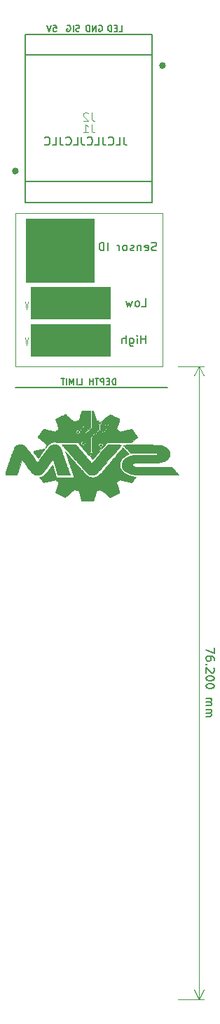
<source format=gbr>
G04 #@! TF.GenerationSoftware,KiCad,Pcbnew,(5.1.5)-3*
G04 #@! TF.CreationDate,2021-02-08T22:28:45-08:00*
G04 #@! TF.ProjectId,MoistureSensor,4d6f6973-7475-4726-9553-656e736f722e,rev?*
G04 #@! TF.SameCoordinates,Original*
G04 #@! TF.FileFunction,Legend,Bot*
G04 #@! TF.FilePolarity,Positive*
%FSLAX46Y46*%
G04 Gerber Fmt 4.6, Leading zero omitted, Abs format (unit mm)*
G04 Created by KiCad (PCBNEW (5.1.5)-3) date 2021-02-08 22:28:45*
%MOMM*%
%LPD*%
G04 APERTURE LIST*
%ADD10C,0.125000*%
%ADD11C,0.187500*%
%ADD12C,0.120000*%
%ADD13C,0.150000*%
%ADD14C,0.100000*%
%ADD15C,0.200000*%
%ADD16C,0.010000*%
%ADD17C,0.400000*%
%ADD18C,0.127000*%
%ADD19C,0.015000*%
G04 APERTURE END LIST*
D10*
X133008666Y-73366380D02*
X132842000Y-74366380D01*
X132675333Y-73366380D01*
X133008666Y-69048380D02*
X132842000Y-70048380D01*
X132675333Y-69048380D01*
D11*
X143992142Y-36534285D02*
X144349285Y-36534285D01*
X144349285Y-35784285D01*
X143742142Y-36141428D02*
X143492142Y-36141428D01*
X143385000Y-36534285D02*
X143742142Y-36534285D01*
X143742142Y-35784285D01*
X143385000Y-35784285D01*
X143063571Y-36534285D02*
X143063571Y-35784285D01*
X142885000Y-35784285D01*
X142777857Y-35820000D01*
X142706428Y-35891428D01*
X142670714Y-35962857D01*
X142635000Y-36105714D01*
X142635000Y-36212857D01*
X142670714Y-36355714D01*
X142706428Y-36427142D01*
X142777857Y-36498571D01*
X142885000Y-36534285D01*
X143063571Y-36534285D01*
X139197857Y-36498571D02*
X139090714Y-36534285D01*
X138912142Y-36534285D01*
X138840714Y-36498571D01*
X138805000Y-36462857D01*
X138769285Y-36391428D01*
X138769285Y-36320000D01*
X138805000Y-36248571D01*
X138840714Y-36212857D01*
X138912142Y-36177142D01*
X139055000Y-36141428D01*
X139126428Y-36105714D01*
X139162142Y-36070000D01*
X139197857Y-35998571D01*
X139197857Y-35927142D01*
X139162142Y-35855714D01*
X139126428Y-35820000D01*
X139055000Y-35784285D01*
X138876428Y-35784285D01*
X138769285Y-35820000D01*
X138447857Y-36534285D02*
X138447857Y-35784285D01*
X137697857Y-35820000D02*
X137769285Y-35784285D01*
X137876428Y-35784285D01*
X137983571Y-35820000D01*
X138055000Y-35891428D01*
X138090714Y-35962857D01*
X138126428Y-36105714D01*
X138126428Y-36212857D01*
X138090714Y-36355714D01*
X138055000Y-36427142D01*
X137983571Y-36498571D01*
X137876428Y-36534285D01*
X137805000Y-36534285D01*
X137697857Y-36498571D01*
X137662142Y-36462857D01*
X137662142Y-36212857D01*
X137805000Y-36212857D01*
X141541428Y-35820000D02*
X141612857Y-35784285D01*
X141720000Y-35784285D01*
X141827142Y-35820000D01*
X141898571Y-35891428D01*
X141934285Y-35962857D01*
X141970000Y-36105714D01*
X141970000Y-36212857D01*
X141934285Y-36355714D01*
X141898571Y-36427142D01*
X141827142Y-36498571D01*
X141720000Y-36534285D01*
X141648571Y-36534285D01*
X141541428Y-36498571D01*
X141505714Y-36462857D01*
X141505714Y-36212857D01*
X141648571Y-36212857D01*
X141184285Y-36534285D02*
X141184285Y-35784285D01*
X140755714Y-36534285D01*
X140755714Y-35784285D01*
X140398571Y-36534285D02*
X140398571Y-35784285D01*
X140220000Y-35784285D01*
X140112857Y-35820000D01*
X140041428Y-35891428D01*
X140005714Y-35962857D01*
X139970000Y-36105714D01*
X139970000Y-36212857D01*
X140005714Y-36355714D01*
X140041428Y-36427142D01*
X140112857Y-36498571D01*
X140220000Y-36534285D01*
X140398571Y-36534285D01*
X136032857Y-35784285D02*
X136390000Y-35784285D01*
X136425714Y-36141428D01*
X136390000Y-36105714D01*
X136318571Y-36070000D01*
X136140000Y-36070000D01*
X136068571Y-36105714D01*
X136032857Y-36141428D01*
X135997142Y-36212857D01*
X135997142Y-36391428D01*
X136032857Y-36462857D01*
X136068571Y-36498571D01*
X136140000Y-36534285D01*
X136318571Y-36534285D01*
X136390000Y-36498571D01*
X136425714Y-36462857D01*
X135782857Y-35784285D02*
X135532857Y-36534285D01*
X135282857Y-35784285D01*
D12*
X149225000Y-58420000D02*
X149225000Y-63500000D01*
X131445000Y-58420000D02*
X149225000Y-58420000D01*
X131445000Y-63500000D02*
X131445000Y-58420000D01*
D13*
X155487619Y-110744523D02*
X155487619Y-111411190D01*
X154487619Y-110982619D01*
X155487619Y-112220714D02*
X155487619Y-112030238D01*
X155440000Y-111935000D01*
X155392380Y-111887380D01*
X155249523Y-111792142D01*
X155059047Y-111744523D01*
X154678095Y-111744523D01*
X154582857Y-111792142D01*
X154535238Y-111839761D01*
X154487619Y-111935000D01*
X154487619Y-112125476D01*
X154535238Y-112220714D01*
X154582857Y-112268333D01*
X154678095Y-112315952D01*
X154916190Y-112315952D01*
X155011428Y-112268333D01*
X155059047Y-112220714D01*
X155106666Y-112125476D01*
X155106666Y-111935000D01*
X155059047Y-111839761D01*
X155011428Y-111792142D01*
X154916190Y-111744523D01*
X154582857Y-112744523D02*
X154535238Y-112792142D01*
X154487619Y-112744523D01*
X154535238Y-112696904D01*
X154582857Y-112744523D01*
X154487619Y-112744523D01*
X155392380Y-113173095D02*
X155440000Y-113220714D01*
X155487619Y-113315952D01*
X155487619Y-113554047D01*
X155440000Y-113649285D01*
X155392380Y-113696904D01*
X155297142Y-113744523D01*
X155201904Y-113744523D01*
X155059047Y-113696904D01*
X154487619Y-113125476D01*
X154487619Y-113744523D01*
X155487619Y-114363571D02*
X155487619Y-114458809D01*
X155440000Y-114554047D01*
X155392380Y-114601666D01*
X155297142Y-114649285D01*
X155106666Y-114696904D01*
X154868571Y-114696904D01*
X154678095Y-114649285D01*
X154582857Y-114601666D01*
X154535238Y-114554047D01*
X154487619Y-114458809D01*
X154487619Y-114363571D01*
X154535238Y-114268333D01*
X154582857Y-114220714D01*
X154678095Y-114173095D01*
X154868571Y-114125476D01*
X155106666Y-114125476D01*
X155297142Y-114173095D01*
X155392380Y-114220714D01*
X155440000Y-114268333D01*
X155487619Y-114363571D01*
X155487619Y-115315952D02*
X155487619Y-115411190D01*
X155440000Y-115506428D01*
X155392380Y-115554047D01*
X155297142Y-115601666D01*
X155106666Y-115649285D01*
X154868571Y-115649285D01*
X154678095Y-115601666D01*
X154582857Y-115554047D01*
X154535238Y-115506428D01*
X154487619Y-115411190D01*
X154487619Y-115315952D01*
X154535238Y-115220714D01*
X154582857Y-115173095D01*
X154678095Y-115125476D01*
X154868571Y-115077857D01*
X155106666Y-115077857D01*
X155297142Y-115125476D01*
X155392380Y-115173095D01*
X155440000Y-115220714D01*
X155487619Y-115315952D01*
X154487619Y-116839761D02*
X155154285Y-116839761D01*
X155059047Y-116839761D02*
X155106666Y-116887380D01*
X155154285Y-116982619D01*
X155154285Y-117125476D01*
X155106666Y-117220714D01*
X155011428Y-117268333D01*
X154487619Y-117268333D01*
X155011428Y-117268333D02*
X155106666Y-117315952D01*
X155154285Y-117411190D01*
X155154285Y-117554047D01*
X155106666Y-117649285D01*
X155011428Y-117696904D01*
X154487619Y-117696904D01*
X154487619Y-118173095D02*
X155154285Y-118173095D01*
X155059047Y-118173095D02*
X155106666Y-118220714D01*
X155154285Y-118315952D01*
X155154285Y-118458809D01*
X155106666Y-118554047D01*
X155011428Y-118601666D01*
X154487619Y-118601666D01*
X155011428Y-118601666D02*
X155106666Y-118649285D01*
X155154285Y-118744523D01*
X155154285Y-118887380D01*
X155106666Y-118982619D01*
X155011428Y-119030238D01*
X154487619Y-119030238D01*
D12*
X153670000Y-76835000D02*
X153670000Y-153035000D01*
X151130000Y-76835000D02*
X154256421Y-76835000D01*
X151130000Y-153035000D02*
X154256421Y-153035000D01*
X153670000Y-153035000D02*
X153083579Y-151908496D01*
X153670000Y-153035000D02*
X154256421Y-151908496D01*
X153670000Y-76835000D02*
X153083579Y-77961504D01*
X153670000Y-76835000D02*
X154256421Y-77961504D01*
D14*
G36*
X142875000Y-75565000D02*
G01*
X133350000Y-75565000D01*
X133350000Y-71755000D01*
X142875000Y-71755000D01*
X142875000Y-75565000D01*
G37*
X142875000Y-75565000D02*
X133350000Y-75565000D01*
X133350000Y-71755000D01*
X142875000Y-71755000D01*
X142875000Y-75565000D01*
G36*
X140970000Y-66675000D02*
G01*
X132715000Y-66675000D01*
X132715000Y-59055000D01*
X140970000Y-59055000D01*
X140970000Y-66675000D01*
G37*
X140970000Y-66675000D02*
X132715000Y-66675000D01*
X132715000Y-59055000D01*
X140970000Y-59055000D01*
X140970000Y-66675000D01*
D12*
X131445000Y-76835000D02*
X149225000Y-76835000D01*
X131445000Y-63500000D02*
X131445000Y-76835000D01*
X149225000Y-79375000D02*
X132715000Y-79375000D01*
X149225000Y-76835000D02*
X149225000Y-63500000D01*
D13*
X146716666Y-69667380D02*
X147192857Y-69667380D01*
X147192857Y-68667380D01*
X146240476Y-69667380D02*
X146335714Y-69619761D01*
X146383333Y-69572142D01*
X146430952Y-69476904D01*
X146430952Y-69191190D01*
X146383333Y-69095952D01*
X146335714Y-69048333D01*
X146240476Y-69000714D01*
X146097619Y-69000714D01*
X146002380Y-69048333D01*
X145954761Y-69095952D01*
X145907142Y-69191190D01*
X145907142Y-69476904D01*
X145954761Y-69572142D01*
X146002380Y-69619761D01*
X146097619Y-69667380D01*
X146240476Y-69667380D01*
X145573809Y-69000714D02*
X145383333Y-69667380D01*
X145192857Y-69191190D01*
X145002380Y-69667380D01*
X144811904Y-69000714D01*
X147224571Y-74112380D02*
X147224571Y-73112380D01*
X147224571Y-73588571D02*
X146653142Y-73588571D01*
X146653142Y-74112380D02*
X146653142Y-73112380D01*
X146176952Y-74112380D02*
X146176952Y-73445714D01*
X146176952Y-73112380D02*
X146224571Y-73160000D01*
X146176952Y-73207619D01*
X146129333Y-73160000D01*
X146176952Y-73112380D01*
X146176952Y-73207619D01*
X145272190Y-73445714D02*
X145272190Y-74255238D01*
X145319809Y-74350476D01*
X145367428Y-74398095D01*
X145462666Y-74445714D01*
X145605523Y-74445714D01*
X145700761Y-74398095D01*
X145272190Y-74064761D02*
X145367428Y-74112380D01*
X145557904Y-74112380D01*
X145653142Y-74064761D01*
X145700761Y-74017142D01*
X145748380Y-73921904D01*
X145748380Y-73636190D01*
X145700761Y-73540952D01*
X145653142Y-73493333D01*
X145557904Y-73445714D01*
X145367428Y-73445714D01*
X145272190Y-73493333D01*
X144796000Y-74112380D02*
X144796000Y-73112380D01*
X144367428Y-74112380D02*
X144367428Y-73588571D01*
X144415047Y-73493333D01*
X144510285Y-73445714D01*
X144653142Y-73445714D01*
X144748380Y-73493333D01*
X144796000Y-73540952D01*
X148486380Y-62888761D02*
X148343523Y-62936380D01*
X148105428Y-62936380D01*
X148010190Y-62888761D01*
X147962571Y-62841142D01*
X147914952Y-62745904D01*
X147914952Y-62650666D01*
X147962571Y-62555428D01*
X148010190Y-62507809D01*
X148105428Y-62460190D01*
X148295904Y-62412571D01*
X148391142Y-62364952D01*
X148438761Y-62317333D01*
X148486380Y-62222095D01*
X148486380Y-62126857D01*
X148438761Y-62031619D01*
X148391142Y-61984000D01*
X148295904Y-61936380D01*
X148057809Y-61936380D01*
X147914952Y-61984000D01*
X147105428Y-62888761D02*
X147200666Y-62936380D01*
X147391142Y-62936380D01*
X147486380Y-62888761D01*
X147534000Y-62793523D01*
X147534000Y-62412571D01*
X147486380Y-62317333D01*
X147391142Y-62269714D01*
X147200666Y-62269714D01*
X147105428Y-62317333D01*
X147057809Y-62412571D01*
X147057809Y-62507809D01*
X147534000Y-62603047D01*
X146629238Y-62269714D02*
X146629238Y-62936380D01*
X146629238Y-62364952D02*
X146581619Y-62317333D01*
X146486380Y-62269714D01*
X146343523Y-62269714D01*
X146248285Y-62317333D01*
X146200666Y-62412571D01*
X146200666Y-62936380D01*
X145772095Y-62888761D02*
X145676857Y-62936380D01*
X145486380Y-62936380D01*
X145391142Y-62888761D01*
X145343523Y-62793523D01*
X145343523Y-62745904D01*
X145391142Y-62650666D01*
X145486380Y-62603047D01*
X145629238Y-62603047D01*
X145724476Y-62555428D01*
X145772095Y-62460190D01*
X145772095Y-62412571D01*
X145724476Y-62317333D01*
X145629238Y-62269714D01*
X145486380Y-62269714D01*
X145391142Y-62317333D01*
X144772095Y-62936380D02*
X144867333Y-62888761D01*
X144914952Y-62841142D01*
X144962571Y-62745904D01*
X144962571Y-62460190D01*
X144914952Y-62364952D01*
X144867333Y-62317333D01*
X144772095Y-62269714D01*
X144629238Y-62269714D01*
X144534000Y-62317333D01*
X144486380Y-62364952D01*
X144438761Y-62460190D01*
X144438761Y-62745904D01*
X144486380Y-62841142D01*
X144534000Y-62888761D01*
X144629238Y-62936380D01*
X144772095Y-62936380D01*
X144010190Y-62936380D02*
X144010190Y-62269714D01*
X144010190Y-62460190D02*
X143962571Y-62364952D01*
X143914952Y-62317333D01*
X143819714Y-62269714D01*
X143724476Y-62269714D01*
X142629238Y-62936380D02*
X142629238Y-61936380D01*
X142153047Y-62936380D02*
X142153047Y-61936380D01*
X141914952Y-61936380D01*
X141772095Y-61984000D01*
X141676857Y-62079238D01*
X141629238Y-62174476D01*
X141581619Y-62364952D01*
X141581619Y-62507809D01*
X141629238Y-62698285D01*
X141676857Y-62793523D01*
X141772095Y-62888761D01*
X141914952Y-62936380D01*
X142153047Y-62936380D01*
D14*
G36*
X142875000Y-71120000D02*
G01*
X133350000Y-71120000D01*
X133350000Y-67310000D01*
X142875000Y-67310000D01*
X142875000Y-71120000D01*
G37*
X142875000Y-71120000D02*
X133350000Y-71120000D01*
X133350000Y-67310000D01*
X142875000Y-67310000D01*
X142875000Y-71120000D01*
D13*
X143585000Y-79079285D02*
X143585000Y-78329285D01*
X143406428Y-78329285D01*
X143299285Y-78365000D01*
X143227857Y-78436428D01*
X143192142Y-78507857D01*
X143156428Y-78650714D01*
X143156428Y-78757857D01*
X143192142Y-78900714D01*
X143227857Y-78972142D01*
X143299285Y-79043571D01*
X143406428Y-79079285D01*
X143585000Y-79079285D01*
X142835000Y-78686428D02*
X142585000Y-78686428D01*
X142477857Y-79079285D02*
X142835000Y-79079285D01*
X142835000Y-78329285D01*
X142477857Y-78329285D01*
X142156428Y-79079285D02*
X142156428Y-78329285D01*
X141870714Y-78329285D01*
X141799285Y-78365000D01*
X141763571Y-78400714D01*
X141727857Y-78472142D01*
X141727857Y-78579285D01*
X141763571Y-78650714D01*
X141799285Y-78686428D01*
X141870714Y-78722142D01*
X142156428Y-78722142D01*
X141513571Y-78329285D02*
X141085000Y-78329285D01*
X141299285Y-79079285D02*
X141299285Y-78329285D01*
X140835000Y-79079285D02*
X140835000Y-78329285D01*
X140835000Y-78686428D02*
X140406428Y-78686428D01*
X140406428Y-79079285D02*
X140406428Y-78329285D01*
X139120714Y-79079285D02*
X139477857Y-79079285D01*
X139477857Y-78329285D01*
X138870714Y-79079285D02*
X138870714Y-78329285D01*
X138513571Y-79079285D02*
X138513571Y-78329285D01*
X138263571Y-78865000D01*
X138013571Y-78329285D01*
X138013571Y-79079285D01*
X137656428Y-79079285D02*
X137656428Y-78329285D01*
X137406428Y-78329285D02*
X136977857Y-78329285D01*
X137192142Y-79079285D02*
X137192142Y-78329285D01*
D15*
X131445000Y-79375000D02*
X149860000Y-79375000D01*
D13*
X144573047Y-49236380D02*
X144573047Y-49950666D01*
X144620666Y-50093523D01*
X144715904Y-50188761D01*
X144858761Y-50236380D01*
X144954000Y-50236380D01*
X143620666Y-50236380D02*
X144096857Y-50236380D01*
X144096857Y-49236380D01*
X142715904Y-50141142D02*
X142763523Y-50188761D01*
X142906380Y-50236380D01*
X143001619Y-50236380D01*
X143144476Y-50188761D01*
X143239714Y-50093523D01*
X143287333Y-49998285D01*
X143334952Y-49807809D01*
X143334952Y-49664952D01*
X143287333Y-49474476D01*
X143239714Y-49379238D01*
X143144476Y-49284000D01*
X143001619Y-49236380D01*
X142906380Y-49236380D01*
X142763523Y-49284000D01*
X142715904Y-49331619D01*
X142001619Y-49236380D02*
X142001619Y-49950666D01*
X142049238Y-50093523D01*
X142144476Y-50188761D01*
X142287333Y-50236380D01*
X142382571Y-50236380D01*
X141049238Y-50236380D02*
X141525428Y-50236380D01*
X141525428Y-49236380D01*
X140144476Y-50141142D02*
X140192095Y-50188761D01*
X140334952Y-50236380D01*
X140430190Y-50236380D01*
X140573047Y-50188761D01*
X140668285Y-50093523D01*
X140715904Y-49998285D01*
X140763523Y-49807809D01*
X140763523Y-49664952D01*
X140715904Y-49474476D01*
X140668285Y-49379238D01*
X140573047Y-49284000D01*
X140430190Y-49236380D01*
X140334952Y-49236380D01*
X140192095Y-49284000D01*
X140144476Y-49331619D01*
X139430190Y-49236380D02*
X139430190Y-49950666D01*
X139477809Y-50093523D01*
X139573047Y-50188761D01*
X139715904Y-50236380D01*
X139811142Y-50236380D01*
X138477809Y-50236380D02*
X138954000Y-50236380D01*
X138954000Y-49236380D01*
X137573047Y-50141142D02*
X137620666Y-50188761D01*
X137763523Y-50236380D01*
X137858761Y-50236380D01*
X138001619Y-50188761D01*
X138096857Y-50093523D01*
X138144476Y-49998285D01*
X138192095Y-49807809D01*
X138192095Y-49664952D01*
X138144476Y-49474476D01*
X138096857Y-49379238D01*
X138001619Y-49284000D01*
X137858761Y-49236380D01*
X137763523Y-49236380D01*
X137620666Y-49284000D01*
X137573047Y-49331619D01*
X136858761Y-49236380D02*
X136858761Y-49950666D01*
X136906380Y-50093523D01*
X137001619Y-50188761D01*
X137144476Y-50236380D01*
X137239714Y-50236380D01*
X135906380Y-50236380D02*
X136382571Y-50236380D01*
X136382571Y-49236380D01*
X135001619Y-50141142D02*
X135049238Y-50188761D01*
X135192095Y-50236380D01*
X135287333Y-50236380D01*
X135430190Y-50188761D01*
X135525428Y-50093523D01*
X135573047Y-49998285D01*
X135620666Y-49807809D01*
X135620666Y-49664952D01*
X135573047Y-49474476D01*
X135525428Y-49379238D01*
X135430190Y-49284000D01*
X135287333Y-49236380D01*
X135192095Y-49236380D01*
X135049238Y-49284000D01*
X135001619Y-49331619D01*
D16*
G36*
X144432657Y-86638395D02*
G01*
X144423358Y-86648748D01*
X144399347Y-86676123D01*
X144361424Y-86719601D01*
X144310386Y-86778261D01*
X144247030Y-86851181D01*
X144172156Y-86937442D01*
X144086561Y-87036123D01*
X143991043Y-87146303D01*
X143886400Y-87267063D01*
X143773430Y-87397480D01*
X143652931Y-87536635D01*
X143525701Y-87683608D01*
X143392537Y-87837477D01*
X143254239Y-87997323D01*
X143111604Y-88162224D01*
X143063791Y-88217509D01*
X142881879Y-88427705D01*
X142710330Y-88625605D01*
X142549543Y-88810756D01*
X142399915Y-88982706D01*
X142261843Y-89141004D01*
X142135726Y-89285195D01*
X142021960Y-89414828D01*
X141920943Y-89529451D01*
X141833072Y-89628611D01*
X141758746Y-89711855D01*
X141698361Y-89778732D01*
X141652315Y-89828788D01*
X141621006Y-89861572D01*
X141608886Y-89873280D01*
X141477374Y-89979544D01*
X141340890Y-90068028D01*
X141201615Y-90137586D01*
X141061725Y-90187075D01*
X140972694Y-90207720D01*
X140824864Y-90223665D01*
X140676573Y-90217851D01*
X140528785Y-90190576D01*
X140382465Y-90142135D01*
X140238578Y-90072825D01*
X140098086Y-89982944D01*
X140004534Y-89909847D01*
X139983927Y-89891531D01*
X139957585Y-89866325D01*
X139924817Y-89833475D01*
X139884938Y-89792227D01*
X139837259Y-89741824D01*
X139781091Y-89681512D01*
X139715749Y-89610536D01*
X139640542Y-89528141D01*
X139554785Y-89433573D01*
X139457788Y-89326077D01*
X139348864Y-89204897D01*
X139227326Y-89069279D01*
X139092485Y-88918468D01*
X138943654Y-88751708D01*
X138780144Y-88568246D01*
X138694638Y-88472226D01*
X138558842Y-88319814D01*
X138427367Y-88172483D01*
X138301077Y-88031192D01*
X138180835Y-87896896D01*
X138067507Y-87770554D01*
X137961956Y-87653123D01*
X137865046Y-87545560D01*
X137777640Y-87448822D01*
X137700603Y-87363866D01*
X137634798Y-87291650D01*
X137581089Y-87233130D01*
X137540341Y-87189264D01*
X137513416Y-87161009D01*
X137501180Y-87149322D01*
X137500509Y-87149124D01*
X137503777Y-87160541D01*
X137513844Y-87191753D01*
X137530216Y-87241312D01*
X137552401Y-87307774D01*
X137579904Y-87389691D01*
X137612232Y-87485616D01*
X137648892Y-87594105D01*
X137689391Y-87713710D01*
X137733235Y-87842985D01*
X137779930Y-87980483D01*
X137828985Y-88124759D01*
X137879904Y-88274367D01*
X137932196Y-88427859D01*
X137985366Y-88583789D01*
X138038921Y-88740712D01*
X138092369Y-88897181D01*
X138145214Y-89051749D01*
X138196965Y-89202970D01*
X138247128Y-89349398D01*
X138295209Y-89489587D01*
X138340715Y-89622090D01*
X138383153Y-89745460D01*
X138422030Y-89858253D01*
X138456851Y-89959021D01*
X138487125Y-90046317D01*
X138512357Y-90118697D01*
X138532054Y-90174712D01*
X138543177Y-90205891D01*
X138543358Y-90209375D01*
X138540097Y-90212414D01*
X138531713Y-90215039D01*
X138516524Y-90217280D01*
X138492849Y-90219166D01*
X138459005Y-90220729D01*
X138413312Y-90221999D01*
X138354086Y-90223005D01*
X138279646Y-90223778D01*
X138188310Y-90224348D01*
X138078397Y-90224746D01*
X137948225Y-90225002D01*
X137796112Y-90225145D01*
X137620375Y-90225207D01*
X137468254Y-90225217D01*
X136386360Y-90225217D01*
X136174085Y-89484588D01*
X136138343Y-89360158D01*
X136104226Y-89241923D01*
X136072257Y-89131658D01*
X136042957Y-89031135D01*
X136016847Y-88942127D01*
X135994449Y-88866408D01*
X135976283Y-88805751D01*
X135962873Y-88761930D01*
X135954737Y-88736716D01*
X135952560Y-88731190D01*
X135941000Y-88722627D01*
X135937848Y-88723624D01*
X135929949Y-88733662D01*
X135909141Y-88760721D01*
X135876691Y-88803137D01*
X135833870Y-88859244D01*
X135781946Y-88927378D01*
X135722188Y-89005873D01*
X135655865Y-89093065D01*
X135584246Y-89187288D01*
X135521549Y-89269827D01*
X135423751Y-89398297D01*
X135338422Y-89509495D01*
X135264120Y-89604975D01*
X135199407Y-89686290D01*
X135142842Y-89754996D01*
X135092984Y-89812645D01*
X135048394Y-89860793D01*
X135007631Y-89900993D01*
X134969255Y-89934799D01*
X134931827Y-89963765D01*
X134893905Y-89989446D01*
X134854050Y-90013395D01*
X134810821Y-90037166D01*
X134810097Y-90037553D01*
X134724236Y-90080991D01*
X134647180Y-90114052D01*
X134567834Y-90141012D01*
X134479036Y-90165166D01*
X134424994Y-90180112D01*
X134393670Y-90192673D01*
X134381607Y-90204372D01*
X134381251Y-90208190D01*
X134388366Y-90221943D01*
X134407545Y-90252073D01*
X134437070Y-90296068D01*
X134475221Y-90351415D01*
X134520281Y-90415601D01*
X134570529Y-90486112D01*
X134586928Y-90508913D01*
X134646617Y-90591367D01*
X134694693Y-90656780D01*
X134732879Y-90707221D01*
X134762900Y-90744757D01*
X134786479Y-90771456D01*
X134805340Y-90789389D01*
X134821207Y-90800621D01*
X134835443Y-90807099D01*
X134850378Y-90811538D01*
X134866816Y-90813912D01*
X134888074Y-90813716D01*
X134917468Y-90810449D01*
X134958315Y-90803608D01*
X135013933Y-90792689D01*
X135087638Y-90777192D01*
X135182747Y-90756612D01*
X135214896Y-90749602D01*
X135327053Y-90724915D01*
X135455932Y-90696198D01*
X135592667Y-90665451D01*
X135728393Y-90634670D01*
X135854245Y-90605853D01*
X135908102Y-90593407D01*
X136021700Y-90567015D01*
X136113090Y-90546388D01*
X136185815Y-90531768D01*
X136243418Y-90523392D01*
X136289442Y-90521500D01*
X136327430Y-90526333D01*
X136360926Y-90538128D01*
X136393471Y-90557125D01*
X136428610Y-90583563D01*
X136469884Y-90617683D01*
X136487726Y-90632556D01*
X136554239Y-90690057D01*
X136602096Y-90737737D01*
X136633684Y-90779285D01*
X136651389Y-90818388D01*
X136657596Y-90858735D01*
X136656064Y-90892767D01*
X136651366Y-90914895D01*
X136640374Y-90955675D01*
X136623920Y-91012484D01*
X136602838Y-91082696D01*
X136577961Y-91163684D01*
X136550121Y-91252824D01*
X136520151Y-91347490D01*
X136488885Y-91445056D01*
X136457155Y-91542897D01*
X136425794Y-91638388D01*
X136395636Y-91728902D01*
X136367513Y-91811815D01*
X136342258Y-91884501D01*
X136334533Y-91906247D01*
X136318895Y-91956821D01*
X136313528Y-91998378D01*
X136320631Y-92033789D01*
X136342405Y-92065923D01*
X136381050Y-92097650D01*
X136438765Y-92131842D01*
X136517751Y-92171367D01*
X136549117Y-92186191D01*
X136611043Y-92215402D01*
X136690611Y-92253247D01*
X136782519Y-92297188D01*
X136881467Y-92344686D01*
X136982154Y-92393200D01*
X137071176Y-92436264D01*
X137157135Y-92477673D01*
X137235732Y-92515033D01*
X137304029Y-92546988D01*
X137359088Y-92572182D01*
X137397972Y-92589257D01*
X137417745Y-92596858D01*
X137419488Y-92597096D01*
X137433218Y-92588210D01*
X137465671Y-92564279D01*
X137516450Y-92525613D01*
X137585157Y-92472521D01*
X137671397Y-92405312D01*
X137774773Y-92324295D01*
X137894886Y-92229779D01*
X138031341Y-92122074D01*
X138159800Y-92020448D01*
X138258632Y-91942837D01*
X138346510Y-91875141D01*
X138421941Y-91818459D01*
X138483435Y-91773888D01*
X138529499Y-91742527D01*
X138558644Y-91725474D01*
X138562814Y-91723685D01*
X138598219Y-91712090D01*
X138626506Y-91709501D01*
X138661076Y-91715487D01*
X138678752Y-91719947D01*
X138731677Y-91731757D01*
X138786982Y-91741224D01*
X138801026Y-91743030D01*
X138910073Y-91763663D01*
X138999798Y-91798949D01*
X139071556Y-91849646D01*
X139126703Y-91916516D01*
X139134963Y-91930316D01*
X139151469Y-91961582D01*
X139166109Y-91995273D01*
X139180047Y-92035128D01*
X139194444Y-92084889D01*
X139210464Y-92148294D01*
X139229269Y-92229084D01*
X139233132Y-92246174D01*
X139244397Y-92292635D01*
X139260139Y-92352534D01*
X139279470Y-92422906D01*
X139301501Y-92500787D01*
X139325344Y-92583210D01*
X139350110Y-92667212D01*
X139374912Y-92749828D01*
X139398860Y-92828092D01*
X139421067Y-92899041D01*
X139440644Y-92959708D01*
X139456702Y-93007130D01*
X139468354Y-93038340D01*
X139473859Y-93049587D01*
X139493157Y-93074435D01*
X140141149Y-93073735D01*
X140270807Y-93073400D01*
X140392998Y-93072708D01*
X140505015Y-93071703D01*
X140604154Y-93070425D01*
X140687708Y-93068917D01*
X140752972Y-93067219D01*
X140797239Y-93065375D01*
X140817805Y-93063424D01*
X140818287Y-93063285D01*
X140847825Y-93046587D01*
X140868016Y-93027449D01*
X140875322Y-93011607D01*
X140888109Y-92976552D01*
X140905653Y-92924551D01*
X140927230Y-92857869D01*
X140952116Y-92778771D01*
X140979589Y-92689524D01*
X141008924Y-92592393D01*
X141034864Y-92505051D01*
X141073458Y-92374107D01*
X141106282Y-92262894D01*
X141133897Y-92169692D01*
X141156864Y-92092778D01*
X141175746Y-92030433D01*
X141191103Y-91980935D01*
X141203497Y-91942564D01*
X141213489Y-91913598D01*
X141221640Y-91892316D01*
X141228512Y-91876998D01*
X141234667Y-91865923D01*
X141240665Y-91857370D01*
X141247069Y-91849617D01*
X141249657Y-91846603D01*
X141287011Y-91814832D01*
X141333162Y-91791649D01*
X141377462Y-91782356D01*
X141378654Y-91782348D01*
X141404437Y-91777942D01*
X141444033Y-91766576D01*
X141475728Y-91755538D01*
X141568548Y-91728887D01*
X141657526Y-91720837D01*
X141744369Y-91731919D01*
X141830784Y-91762662D01*
X141918478Y-91813595D01*
X142009157Y-91885249D01*
X142066033Y-91938729D01*
X142097618Y-91968587D01*
X142145086Y-92011490D01*
X142205500Y-92064877D01*
X142275923Y-92126187D01*
X142353417Y-92192859D01*
X142435046Y-92262331D01*
X142497989Y-92315383D01*
X142587305Y-92390193D01*
X142660062Y-92450700D01*
X142718282Y-92498400D01*
X142763990Y-92534791D01*
X142799206Y-92561373D01*
X142825956Y-92579642D01*
X142846261Y-92591097D01*
X142862145Y-92597236D01*
X142875632Y-92599556D01*
X142882040Y-92599753D01*
X142902671Y-92596528D01*
X142934703Y-92586401D01*
X142980192Y-92568495D01*
X143041194Y-92541934D01*
X143119767Y-92505842D01*
X143217965Y-92459344D01*
X143267695Y-92435471D01*
X143365655Y-92388398D01*
X143466617Y-92340075D01*
X143565315Y-92293008D01*
X143656486Y-92249702D01*
X143734867Y-92212662D01*
X143791977Y-92185893D01*
X143857024Y-92154919D01*
X143915392Y-92125858D01*
X143962357Y-92101155D01*
X143993200Y-92083257D01*
X144001427Y-92077340D01*
X144022786Y-92042407D01*
X144027309Y-92008077D01*
X144023635Y-91984841D01*
X144012991Y-91942199D01*
X143995939Y-91881925D01*
X143973040Y-91805795D01*
X143944858Y-91715586D01*
X143911956Y-91613072D01*
X143874895Y-91500030D01*
X143834238Y-91378235D01*
X143790548Y-91249462D01*
X143745863Y-91119739D01*
X143716917Y-91033441D01*
X143696595Y-90964766D01*
X143684564Y-90910540D01*
X143680488Y-90867588D01*
X143684035Y-90832737D01*
X143694870Y-90802812D01*
X143709936Y-90778357D01*
X143741489Y-90740265D01*
X143784512Y-90696007D01*
X143833819Y-90650147D01*
X143884228Y-90607247D01*
X143930555Y-90571869D01*
X143967617Y-90548576D01*
X143974867Y-90545160D01*
X144005067Y-90533784D01*
X144034403Y-90527148D01*
X144067516Y-90525588D01*
X144109046Y-90529442D01*
X144163636Y-90539046D01*
X144235925Y-90554739D01*
X144294766Y-90568402D01*
X144408195Y-90594828D01*
X144528257Y-90622335D01*
X144652093Y-90650308D01*
X144776846Y-90678130D01*
X144899656Y-90705185D01*
X145017667Y-90730856D01*
X145128018Y-90754528D01*
X145227854Y-90775584D01*
X145314315Y-90793407D01*
X145384543Y-90807381D01*
X145435680Y-90816891D01*
X145464867Y-90821319D01*
X145468825Y-90821565D01*
X145518662Y-90810876D01*
X145564827Y-90780223D01*
X145603085Y-90733357D01*
X145615611Y-90714436D01*
X145639565Y-90679334D01*
X145672952Y-90630936D01*
X145713772Y-90572128D01*
X145760030Y-90505794D01*
X145809727Y-90434821D01*
X145810899Y-90433151D01*
X145858984Y-90363874D01*
X145901870Y-90300632D01*
X145937915Y-90245965D01*
X145965478Y-90202415D01*
X145982917Y-90172521D01*
X145988589Y-90158825D01*
X145988444Y-90158442D01*
X145971230Y-90151643D01*
X145938472Y-90148071D01*
X145929521Y-90147913D01*
X145881876Y-90145289D01*
X145815180Y-90138094D01*
X145736115Y-90127345D01*
X145651362Y-90114058D01*
X145567601Y-90099248D01*
X145491515Y-90083932D01*
X145456890Y-90076031D01*
X145236860Y-90013516D01*
X145030420Y-89935615D01*
X144839490Y-89843425D01*
X144665987Y-89738042D01*
X144511829Y-89620562D01*
X144378936Y-89492083D01*
X144325184Y-89429230D01*
X144232031Y-89298555D01*
X144159710Y-89163247D01*
X144109998Y-89034394D01*
X144098003Y-88996203D01*
X144089096Y-88962466D01*
X144082815Y-88928812D01*
X144078695Y-88890871D01*
X144076274Y-88844273D01*
X144075087Y-88784648D01*
X144074671Y-88707626D01*
X144074658Y-88701217D01*
X144075570Y-88602869D01*
X144079374Y-88521489D01*
X144087064Y-88452012D01*
X144099639Y-88389376D01*
X144118095Y-88328517D01*
X144143429Y-88264370D01*
X144173719Y-88197989D01*
X144256243Y-88053757D01*
X144362489Y-87916300D01*
X144490231Y-87787546D01*
X144637242Y-87669426D01*
X144801296Y-87563865D01*
X144980167Y-87472793D01*
X145041314Y-87446556D01*
X145087741Y-87426497D01*
X145123310Y-87409192D01*
X145142512Y-87397405D01*
X145144377Y-87394855D01*
X145136580Y-87384346D01*
X145114288Y-87358126D01*
X145079146Y-87318038D01*
X145032798Y-87265928D01*
X144976891Y-87203639D01*
X144913068Y-87133014D01*
X144842977Y-87055898D01*
X144796313Y-87004781D01*
X144709050Y-86909631D01*
X144636338Y-86831023D01*
X144576948Y-86767719D01*
X144529651Y-86718482D01*
X144493218Y-86682074D01*
X144466421Y-86657257D01*
X144448032Y-86642794D01*
X144436821Y-86637445D01*
X144432657Y-86638395D01*
G37*
X144432657Y-86638395D02*
X144423358Y-86648748D01*
X144399347Y-86676123D01*
X144361424Y-86719601D01*
X144310386Y-86778261D01*
X144247030Y-86851181D01*
X144172156Y-86937442D01*
X144086561Y-87036123D01*
X143991043Y-87146303D01*
X143886400Y-87267063D01*
X143773430Y-87397480D01*
X143652931Y-87536635D01*
X143525701Y-87683608D01*
X143392537Y-87837477D01*
X143254239Y-87997323D01*
X143111604Y-88162224D01*
X143063791Y-88217509D01*
X142881879Y-88427705D01*
X142710330Y-88625605D01*
X142549543Y-88810756D01*
X142399915Y-88982706D01*
X142261843Y-89141004D01*
X142135726Y-89285195D01*
X142021960Y-89414828D01*
X141920943Y-89529451D01*
X141833072Y-89628611D01*
X141758746Y-89711855D01*
X141698361Y-89778732D01*
X141652315Y-89828788D01*
X141621006Y-89861572D01*
X141608886Y-89873280D01*
X141477374Y-89979544D01*
X141340890Y-90068028D01*
X141201615Y-90137586D01*
X141061725Y-90187075D01*
X140972694Y-90207720D01*
X140824864Y-90223665D01*
X140676573Y-90217851D01*
X140528785Y-90190576D01*
X140382465Y-90142135D01*
X140238578Y-90072825D01*
X140098086Y-89982944D01*
X140004534Y-89909847D01*
X139983927Y-89891531D01*
X139957585Y-89866325D01*
X139924817Y-89833475D01*
X139884938Y-89792227D01*
X139837259Y-89741824D01*
X139781091Y-89681512D01*
X139715749Y-89610536D01*
X139640542Y-89528141D01*
X139554785Y-89433573D01*
X139457788Y-89326077D01*
X139348864Y-89204897D01*
X139227326Y-89069279D01*
X139092485Y-88918468D01*
X138943654Y-88751708D01*
X138780144Y-88568246D01*
X138694638Y-88472226D01*
X138558842Y-88319814D01*
X138427367Y-88172483D01*
X138301077Y-88031192D01*
X138180835Y-87896896D01*
X138067507Y-87770554D01*
X137961956Y-87653123D01*
X137865046Y-87545560D01*
X137777640Y-87448822D01*
X137700603Y-87363866D01*
X137634798Y-87291650D01*
X137581089Y-87233130D01*
X137540341Y-87189264D01*
X137513416Y-87161009D01*
X137501180Y-87149322D01*
X137500509Y-87149124D01*
X137503777Y-87160541D01*
X137513844Y-87191753D01*
X137530216Y-87241312D01*
X137552401Y-87307774D01*
X137579904Y-87389691D01*
X137612232Y-87485616D01*
X137648892Y-87594105D01*
X137689391Y-87713710D01*
X137733235Y-87842985D01*
X137779930Y-87980483D01*
X137828985Y-88124759D01*
X137879904Y-88274367D01*
X137932196Y-88427859D01*
X137985366Y-88583789D01*
X138038921Y-88740712D01*
X138092369Y-88897181D01*
X138145214Y-89051749D01*
X138196965Y-89202970D01*
X138247128Y-89349398D01*
X138295209Y-89489587D01*
X138340715Y-89622090D01*
X138383153Y-89745460D01*
X138422030Y-89858253D01*
X138456851Y-89959021D01*
X138487125Y-90046317D01*
X138512357Y-90118697D01*
X138532054Y-90174712D01*
X138543177Y-90205891D01*
X138543358Y-90209375D01*
X138540097Y-90212414D01*
X138531713Y-90215039D01*
X138516524Y-90217280D01*
X138492849Y-90219166D01*
X138459005Y-90220729D01*
X138413312Y-90221999D01*
X138354086Y-90223005D01*
X138279646Y-90223778D01*
X138188310Y-90224348D01*
X138078397Y-90224746D01*
X137948225Y-90225002D01*
X137796112Y-90225145D01*
X137620375Y-90225207D01*
X137468254Y-90225217D01*
X136386360Y-90225217D01*
X136174085Y-89484588D01*
X136138343Y-89360158D01*
X136104226Y-89241923D01*
X136072257Y-89131658D01*
X136042957Y-89031135D01*
X136016847Y-88942127D01*
X135994449Y-88866408D01*
X135976283Y-88805751D01*
X135962873Y-88761930D01*
X135954737Y-88736716D01*
X135952560Y-88731190D01*
X135941000Y-88722627D01*
X135937848Y-88723624D01*
X135929949Y-88733662D01*
X135909141Y-88760721D01*
X135876691Y-88803137D01*
X135833870Y-88859244D01*
X135781946Y-88927378D01*
X135722188Y-89005873D01*
X135655865Y-89093065D01*
X135584246Y-89187288D01*
X135521549Y-89269827D01*
X135423751Y-89398297D01*
X135338422Y-89509495D01*
X135264120Y-89604975D01*
X135199407Y-89686290D01*
X135142842Y-89754996D01*
X135092984Y-89812645D01*
X135048394Y-89860793D01*
X135007631Y-89900993D01*
X134969255Y-89934799D01*
X134931827Y-89963765D01*
X134893905Y-89989446D01*
X134854050Y-90013395D01*
X134810821Y-90037166D01*
X134810097Y-90037553D01*
X134724236Y-90080991D01*
X134647180Y-90114052D01*
X134567834Y-90141012D01*
X134479036Y-90165166D01*
X134424994Y-90180112D01*
X134393670Y-90192673D01*
X134381607Y-90204372D01*
X134381251Y-90208190D01*
X134388366Y-90221943D01*
X134407545Y-90252073D01*
X134437070Y-90296068D01*
X134475221Y-90351415D01*
X134520281Y-90415601D01*
X134570529Y-90486112D01*
X134586928Y-90508913D01*
X134646617Y-90591367D01*
X134694693Y-90656780D01*
X134732879Y-90707221D01*
X134762900Y-90744757D01*
X134786479Y-90771456D01*
X134805340Y-90789389D01*
X134821207Y-90800621D01*
X134835443Y-90807099D01*
X134850378Y-90811538D01*
X134866816Y-90813912D01*
X134888074Y-90813716D01*
X134917468Y-90810449D01*
X134958315Y-90803608D01*
X135013933Y-90792689D01*
X135087638Y-90777192D01*
X135182747Y-90756612D01*
X135214896Y-90749602D01*
X135327053Y-90724915D01*
X135455932Y-90696198D01*
X135592667Y-90665451D01*
X135728393Y-90634670D01*
X135854245Y-90605853D01*
X135908102Y-90593407D01*
X136021700Y-90567015D01*
X136113090Y-90546388D01*
X136185815Y-90531768D01*
X136243418Y-90523392D01*
X136289442Y-90521500D01*
X136327430Y-90526333D01*
X136360926Y-90538128D01*
X136393471Y-90557125D01*
X136428610Y-90583563D01*
X136469884Y-90617683D01*
X136487726Y-90632556D01*
X136554239Y-90690057D01*
X136602096Y-90737737D01*
X136633684Y-90779285D01*
X136651389Y-90818388D01*
X136657596Y-90858735D01*
X136656064Y-90892767D01*
X136651366Y-90914895D01*
X136640374Y-90955675D01*
X136623920Y-91012484D01*
X136602838Y-91082696D01*
X136577961Y-91163684D01*
X136550121Y-91252824D01*
X136520151Y-91347490D01*
X136488885Y-91445056D01*
X136457155Y-91542897D01*
X136425794Y-91638388D01*
X136395636Y-91728902D01*
X136367513Y-91811815D01*
X136342258Y-91884501D01*
X136334533Y-91906247D01*
X136318895Y-91956821D01*
X136313528Y-91998378D01*
X136320631Y-92033789D01*
X136342405Y-92065923D01*
X136381050Y-92097650D01*
X136438765Y-92131842D01*
X136517751Y-92171367D01*
X136549117Y-92186191D01*
X136611043Y-92215402D01*
X136690611Y-92253247D01*
X136782519Y-92297188D01*
X136881467Y-92344686D01*
X136982154Y-92393200D01*
X137071176Y-92436264D01*
X137157135Y-92477673D01*
X137235732Y-92515033D01*
X137304029Y-92546988D01*
X137359088Y-92572182D01*
X137397972Y-92589257D01*
X137417745Y-92596858D01*
X137419488Y-92597096D01*
X137433218Y-92588210D01*
X137465671Y-92564279D01*
X137516450Y-92525613D01*
X137585157Y-92472521D01*
X137671397Y-92405312D01*
X137774773Y-92324295D01*
X137894886Y-92229779D01*
X138031341Y-92122074D01*
X138159800Y-92020448D01*
X138258632Y-91942837D01*
X138346510Y-91875141D01*
X138421941Y-91818459D01*
X138483435Y-91773888D01*
X138529499Y-91742527D01*
X138558644Y-91725474D01*
X138562814Y-91723685D01*
X138598219Y-91712090D01*
X138626506Y-91709501D01*
X138661076Y-91715487D01*
X138678752Y-91719947D01*
X138731677Y-91731757D01*
X138786982Y-91741224D01*
X138801026Y-91743030D01*
X138910073Y-91763663D01*
X138999798Y-91798949D01*
X139071556Y-91849646D01*
X139126703Y-91916516D01*
X139134963Y-91930316D01*
X139151469Y-91961582D01*
X139166109Y-91995273D01*
X139180047Y-92035128D01*
X139194444Y-92084889D01*
X139210464Y-92148294D01*
X139229269Y-92229084D01*
X139233132Y-92246174D01*
X139244397Y-92292635D01*
X139260139Y-92352534D01*
X139279470Y-92422906D01*
X139301501Y-92500787D01*
X139325344Y-92583210D01*
X139350110Y-92667212D01*
X139374912Y-92749828D01*
X139398860Y-92828092D01*
X139421067Y-92899041D01*
X139440644Y-92959708D01*
X139456702Y-93007130D01*
X139468354Y-93038340D01*
X139473859Y-93049587D01*
X139493157Y-93074435D01*
X140141149Y-93073735D01*
X140270807Y-93073400D01*
X140392998Y-93072708D01*
X140505015Y-93071703D01*
X140604154Y-93070425D01*
X140687708Y-93068917D01*
X140752972Y-93067219D01*
X140797239Y-93065375D01*
X140817805Y-93063424D01*
X140818287Y-93063285D01*
X140847825Y-93046587D01*
X140868016Y-93027449D01*
X140875322Y-93011607D01*
X140888109Y-92976552D01*
X140905653Y-92924551D01*
X140927230Y-92857869D01*
X140952116Y-92778771D01*
X140979589Y-92689524D01*
X141008924Y-92592393D01*
X141034864Y-92505051D01*
X141073458Y-92374107D01*
X141106282Y-92262894D01*
X141133897Y-92169692D01*
X141156864Y-92092778D01*
X141175746Y-92030433D01*
X141191103Y-91980935D01*
X141203497Y-91942564D01*
X141213489Y-91913598D01*
X141221640Y-91892316D01*
X141228512Y-91876998D01*
X141234667Y-91865923D01*
X141240665Y-91857370D01*
X141247069Y-91849617D01*
X141249657Y-91846603D01*
X141287011Y-91814832D01*
X141333162Y-91791649D01*
X141377462Y-91782356D01*
X141378654Y-91782348D01*
X141404437Y-91777942D01*
X141444033Y-91766576D01*
X141475728Y-91755538D01*
X141568548Y-91728887D01*
X141657526Y-91720837D01*
X141744369Y-91731919D01*
X141830784Y-91762662D01*
X141918478Y-91813595D01*
X142009157Y-91885249D01*
X142066033Y-91938729D01*
X142097618Y-91968587D01*
X142145086Y-92011490D01*
X142205500Y-92064877D01*
X142275923Y-92126187D01*
X142353417Y-92192859D01*
X142435046Y-92262331D01*
X142497989Y-92315383D01*
X142587305Y-92390193D01*
X142660062Y-92450700D01*
X142718282Y-92498400D01*
X142763990Y-92534791D01*
X142799206Y-92561373D01*
X142825956Y-92579642D01*
X142846261Y-92591097D01*
X142862145Y-92597236D01*
X142875632Y-92599556D01*
X142882040Y-92599753D01*
X142902671Y-92596528D01*
X142934703Y-92586401D01*
X142980192Y-92568495D01*
X143041194Y-92541934D01*
X143119767Y-92505842D01*
X143217965Y-92459344D01*
X143267695Y-92435471D01*
X143365655Y-92388398D01*
X143466617Y-92340075D01*
X143565315Y-92293008D01*
X143656486Y-92249702D01*
X143734867Y-92212662D01*
X143791977Y-92185893D01*
X143857024Y-92154919D01*
X143915392Y-92125858D01*
X143962357Y-92101155D01*
X143993200Y-92083257D01*
X144001427Y-92077340D01*
X144022786Y-92042407D01*
X144027309Y-92008077D01*
X144023635Y-91984841D01*
X144012991Y-91942199D01*
X143995939Y-91881925D01*
X143973040Y-91805795D01*
X143944858Y-91715586D01*
X143911956Y-91613072D01*
X143874895Y-91500030D01*
X143834238Y-91378235D01*
X143790548Y-91249462D01*
X143745863Y-91119739D01*
X143716917Y-91033441D01*
X143696595Y-90964766D01*
X143684564Y-90910540D01*
X143680488Y-90867588D01*
X143684035Y-90832737D01*
X143694870Y-90802812D01*
X143709936Y-90778357D01*
X143741489Y-90740265D01*
X143784512Y-90696007D01*
X143833819Y-90650147D01*
X143884228Y-90607247D01*
X143930555Y-90571869D01*
X143967617Y-90548576D01*
X143974867Y-90545160D01*
X144005067Y-90533784D01*
X144034403Y-90527148D01*
X144067516Y-90525588D01*
X144109046Y-90529442D01*
X144163636Y-90539046D01*
X144235925Y-90554739D01*
X144294766Y-90568402D01*
X144408195Y-90594828D01*
X144528257Y-90622335D01*
X144652093Y-90650308D01*
X144776846Y-90678130D01*
X144899656Y-90705185D01*
X145017667Y-90730856D01*
X145128018Y-90754528D01*
X145227854Y-90775584D01*
X145314315Y-90793407D01*
X145384543Y-90807381D01*
X145435680Y-90816891D01*
X145464867Y-90821319D01*
X145468825Y-90821565D01*
X145518662Y-90810876D01*
X145564827Y-90780223D01*
X145603085Y-90733357D01*
X145615611Y-90714436D01*
X145639565Y-90679334D01*
X145672952Y-90630936D01*
X145713772Y-90572128D01*
X145760030Y-90505794D01*
X145809727Y-90434821D01*
X145810899Y-90433151D01*
X145858984Y-90363874D01*
X145901870Y-90300632D01*
X145937915Y-90245965D01*
X145965478Y-90202415D01*
X145982917Y-90172521D01*
X145988589Y-90158825D01*
X145988444Y-90158442D01*
X145971230Y-90151643D01*
X145938472Y-90148071D01*
X145929521Y-90147913D01*
X145881876Y-90145289D01*
X145815180Y-90138094D01*
X145736115Y-90127345D01*
X145651362Y-90114058D01*
X145567601Y-90099248D01*
X145491515Y-90083932D01*
X145456890Y-90076031D01*
X145236860Y-90013516D01*
X145030420Y-89935615D01*
X144839490Y-89843425D01*
X144665987Y-89738042D01*
X144511829Y-89620562D01*
X144378936Y-89492083D01*
X144325184Y-89429230D01*
X144232031Y-89298555D01*
X144159710Y-89163247D01*
X144109998Y-89034394D01*
X144098003Y-88996203D01*
X144089096Y-88962466D01*
X144082815Y-88928812D01*
X144078695Y-88890871D01*
X144076274Y-88844273D01*
X144075087Y-88784648D01*
X144074671Y-88707626D01*
X144074658Y-88701217D01*
X144075570Y-88602869D01*
X144079374Y-88521489D01*
X144087064Y-88452012D01*
X144099639Y-88389376D01*
X144118095Y-88328517D01*
X144143429Y-88264370D01*
X144173719Y-88197989D01*
X144256243Y-88053757D01*
X144362489Y-87916300D01*
X144490231Y-87787546D01*
X144637242Y-87669426D01*
X144801296Y-87563865D01*
X144980167Y-87472793D01*
X145041314Y-87446556D01*
X145087741Y-87426497D01*
X145123310Y-87409192D01*
X145142512Y-87397405D01*
X145144377Y-87394855D01*
X145136580Y-87384346D01*
X145114288Y-87358126D01*
X145079146Y-87318038D01*
X145032798Y-87265928D01*
X144976891Y-87203639D01*
X144913068Y-87133014D01*
X144842977Y-87055898D01*
X144796313Y-87004781D01*
X144709050Y-86909631D01*
X144636338Y-86831023D01*
X144576948Y-86767719D01*
X144529651Y-86718482D01*
X144493218Y-86682074D01*
X144466421Y-86657257D01*
X144448032Y-86642794D01*
X144436821Y-86637445D01*
X144432657Y-86638395D01*
G36*
X137101090Y-86340674D02*
G01*
X137119993Y-86362313D01*
X137153495Y-86400115D01*
X137200616Y-86452990D01*
X137260374Y-86519849D01*
X137331788Y-86599604D01*
X137413878Y-86691166D01*
X137505662Y-86793445D01*
X137606159Y-86905354D01*
X137714389Y-87025802D01*
X137829369Y-87153701D01*
X137950119Y-87287962D01*
X138075659Y-87427496D01*
X138205006Y-87571214D01*
X138337180Y-87718028D01*
X138471199Y-87866848D01*
X138606084Y-88016585D01*
X138740852Y-88166151D01*
X138874522Y-88314456D01*
X139006114Y-88460412D01*
X139134647Y-88602930D01*
X139259139Y-88740921D01*
X139378609Y-88873295D01*
X139492076Y-88998965D01*
X139598560Y-89116840D01*
X139697079Y-89225833D01*
X139786652Y-89324854D01*
X139866298Y-89412814D01*
X139935036Y-89488624D01*
X139991885Y-89551196D01*
X140035863Y-89599440D01*
X140065991Y-89632268D01*
X140081286Y-89648591D01*
X140081946Y-89649258D01*
X140147697Y-89708915D01*
X140223548Y-89768229D01*
X140302628Y-89822394D01*
X140378069Y-89866608D01*
X140424590Y-89888878D01*
X140541805Y-89927126D01*
X140663228Y-89946105D01*
X140784047Y-89945463D01*
X140899451Y-89924849D01*
X140902946Y-89923871D01*
X140996974Y-89892116D01*
X141084032Y-89850957D01*
X141170261Y-89796996D01*
X141261801Y-89726837D01*
X141267352Y-89722241D01*
X141284687Y-89707168D01*
X141305504Y-89687734D01*
X141330480Y-89663182D01*
X141360293Y-89632759D01*
X141395619Y-89595708D01*
X141437136Y-89551274D01*
X141485520Y-89498703D01*
X141541448Y-89437239D01*
X141605598Y-89366126D01*
X141678646Y-89284610D01*
X141761269Y-89191935D01*
X141854145Y-89087346D01*
X141957950Y-88970088D01*
X142073361Y-88839404D01*
X142201055Y-88694542D01*
X142341709Y-88534744D01*
X142496000Y-88359255D01*
X142664606Y-88167321D01*
X142830450Y-87978414D01*
X142979747Y-87808297D01*
X143124892Y-87642885D01*
X143265104Y-87483066D01*
X143399601Y-87329732D01*
X143527605Y-87183773D01*
X143648333Y-87046081D01*
X143761005Y-86917546D01*
X143864842Y-86799059D01*
X143959061Y-86691511D01*
X144042884Y-86595792D01*
X144115528Y-86512794D01*
X144176215Y-86443407D01*
X144224162Y-86388522D01*
X144258589Y-86349030D01*
X144278717Y-86325821D01*
X144283964Y-86319629D01*
X144282550Y-86316566D01*
X144272427Y-86313943D01*
X144251854Y-86311730D01*
X144219089Y-86309896D01*
X144172389Y-86308412D01*
X144110013Y-86307247D01*
X144030218Y-86306371D01*
X143931263Y-86305753D01*
X143811405Y-86305363D01*
X143668903Y-86305171D01*
X143502015Y-86305147D01*
X143452812Y-86305165D01*
X142611026Y-86305548D01*
X141733329Y-87316667D01*
X141616020Y-87451803D01*
X141501886Y-87583268D01*
X141392030Y-87709792D01*
X141287556Y-87830106D01*
X141189567Y-87942939D01*
X141099165Y-88047021D01*
X141017455Y-88141082D01*
X140945539Y-88223853D01*
X140884521Y-88294063D01*
X140835504Y-88350442D01*
X140799591Y-88391719D01*
X140777885Y-88416626D01*
X140775147Y-88419759D01*
X140694660Y-88511730D01*
X138767780Y-86305916D01*
X137919099Y-86305349D01*
X137070419Y-86304782D01*
X137101090Y-86340674D01*
G37*
X137101090Y-86340674D02*
X137119993Y-86362313D01*
X137153495Y-86400115D01*
X137200616Y-86452990D01*
X137260374Y-86519849D01*
X137331788Y-86599604D01*
X137413878Y-86691166D01*
X137505662Y-86793445D01*
X137606159Y-86905354D01*
X137714389Y-87025802D01*
X137829369Y-87153701D01*
X137950119Y-87287962D01*
X138075659Y-87427496D01*
X138205006Y-87571214D01*
X138337180Y-87718028D01*
X138471199Y-87866848D01*
X138606084Y-88016585D01*
X138740852Y-88166151D01*
X138874522Y-88314456D01*
X139006114Y-88460412D01*
X139134647Y-88602930D01*
X139259139Y-88740921D01*
X139378609Y-88873295D01*
X139492076Y-88998965D01*
X139598560Y-89116840D01*
X139697079Y-89225833D01*
X139786652Y-89324854D01*
X139866298Y-89412814D01*
X139935036Y-89488624D01*
X139991885Y-89551196D01*
X140035863Y-89599440D01*
X140065991Y-89632268D01*
X140081286Y-89648591D01*
X140081946Y-89649258D01*
X140147697Y-89708915D01*
X140223548Y-89768229D01*
X140302628Y-89822394D01*
X140378069Y-89866608D01*
X140424590Y-89888878D01*
X140541805Y-89927126D01*
X140663228Y-89946105D01*
X140784047Y-89945463D01*
X140899451Y-89924849D01*
X140902946Y-89923871D01*
X140996974Y-89892116D01*
X141084032Y-89850957D01*
X141170261Y-89796996D01*
X141261801Y-89726837D01*
X141267352Y-89722241D01*
X141284687Y-89707168D01*
X141305504Y-89687734D01*
X141330480Y-89663182D01*
X141360293Y-89632759D01*
X141395619Y-89595708D01*
X141437136Y-89551274D01*
X141485520Y-89498703D01*
X141541448Y-89437239D01*
X141605598Y-89366126D01*
X141678646Y-89284610D01*
X141761269Y-89191935D01*
X141854145Y-89087346D01*
X141957950Y-88970088D01*
X142073361Y-88839404D01*
X142201055Y-88694542D01*
X142341709Y-88534744D01*
X142496000Y-88359255D01*
X142664606Y-88167321D01*
X142830450Y-87978414D01*
X142979747Y-87808297D01*
X143124892Y-87642885D01*
X143265104Y-87483066D01*
X143399601Y-87329732D01*
X143527605Y-87183773D01*
X143648333Y-87046081D01*
X143761005Y-86917546D01*
X143864842Y-86799059D01*
X143959061Y-86691511D01*
X144042884Y-86595792D01*
X144115528Y-86512794D01*
X144176215Y-86443407D01*
X144224162Y-86388522D01*
X144258589Y-86349030D01*
X144278717Y-86325821D01*
X144283964Y-86319629D01*
X144282550Y-86316566D01*
X144272427Y-86313943D01*
X144251854Y-86311730D01*
X144219089Y-86309896D01*
X144172389Y-86308412D01*
X144110013Y-86307247D01*
X144030218Y-86306371D01*
X143931263Y-86305753D01*
X143811405Y-86305363D01*
X143668903Y-86305171D01*
X143502015Y-86305147D01*
X143452812Y-86305165D01*
X142611026Y-86305548D01*
X141733329Y-87316667D01*
X141616020Y-87451803D01*
X141501886Y-87583268D01*
X141392030Y-87709792D01*
X141287556Y-87830106D01*
X141189567Y-87942939D01*
X141099165Y-88047021D01*
X141017455Y-88141082D01*
X140945539Y-88223853D01*
X140884521Y-88294063D01*
X140835504Y-88350442D01*
X140799591Y-88391719D01*
X140777885Y-88416626D01*
X140775147Y-88419759D01*
X140694660Y-88511730D01*
X138767780Y-86305916D01*
X137919099Y-86305349D01*
X137070419Y-86304782D01*
X137101090Y-86340674D01*
G36*
X131971131Y-86265171D02*
G01*
X131882257Y-86277497D01*
X131794408Y-86295542D01*
X131718915Y-86317264D01*
X131703078Y-86323116D01*
X131586914Y-86379527D01*
X131482507Y-86451597D01*
X131394608Y-86535450D01*
X131327969Y-86627213D01*
X131326055Y-86630565D01*
X131317947Y-86648909D01*
X131302914Y-86687208D01*
X131281411Y-86744198D01*
X131253891Y-86818615D01*
X131220809Y-86909193D01*
X131182617Y-87014669D01*
X131139771Y-87133777D01*
X131092724Y-87265253D01*
X131041930Y-87407833D01*
X130987843Y-87560252D01*
X130930917Y-87721245D01*
X130871605Y-87889548D01*
X130810363Y-88063896D01*
X130762703Y-88199960D01*
X130689829Y-88408280D01*
X130624019Y-88596489D01*
X130564912Y-88765685D01*
X130512149Y-88916967D01*
X130465370Y-89051433D01*
X130424214Y-89170182D01*
X130388321Y-89274312D01*
X130357332Y-89364920D01*
X130330885Y-89443107D01*
X130308622Y-89509969D01*
X130290182Y-89566605D01*
X130275205Y-89614113D01*
X130263331Y-89653593D01*
X130254200Y-89686141D01*
X130247452Y-89712857D01*
X130242726Y-89734839D01*
X130239663Y-89753185D01*
X130237902Y-89768993D01*
X130237085Y-89783362D01*
X130236849Y-89797390D01*
X130236837Y-89804026D01*
X130236837Y-89904956D01*
X131645964Y-89904956D01*
X131655244Y-89874587D01*
X131659825Y-89859443D01*
X131670368Y-89824501D01*
X131686383Y-89771387D01*
X131707378Y-89701729D01*
X131732865Y-89617156D01*
X131762351Y-89519295D01*
X131795347Y-89409774D01*
X131831363Y-89290221D01*
X131869906Y-89162264D01*
X131910488Y-89027530D01*
X131938115Y-88935800D01*
X132211707Y-88027383D01*
X132823408Y-88847452D01*
X132930894Y-88991487D01*
X133025450Y-89118009D01*
X133108101Y-89228312D01*
X133179866Y-89323689D01*
X133241768Y-89405433D01*
X133294829Y-89474837D01*
X133340070Y-89533194D01*
X133378514Y-89581797D01*
X133411181Y-89621938D01*
X133439094Y-89654912D01*
X133463274Y-89682010D01*
X133484744Y-89704527D01*
X133504524Y-89723754D01*
X133523637Y-89740985D01*
X133541497Y-89756176D01*
X133622315Y-89817743D01*
X133699870Y-89863231D01*
X133782131Y-89896579D01*
X133875701Y-89921435D01*
X133934671Y-89930010D01*
X134010151Y-89935111D01*
X134092356Y-89936597D01*
X134171502Y-89934323D01*
X134237806Y-89928149D01*
X134246314Y-89926832D01*
X134308947Y-89912973D01*
X134383571Y-89891352D01*
X134459308Y-89865485D01*
X134525281Y-89838889D01*
X134541024Y-89831546D01*
X134581460Y-89808868D01*
X134630873Y-89776900D01*
X134679491Y-89742013D01*
X134685938Y-89737057D01*
X134701984Y-89723830D01*
X134719554Y-89707578D01*
X134739619Y-89687075D01*
X134763152Y-89661092D01*
X134791123Y-89628402D01*
X134824505Y-89587777D01*
X134864268Y-89537990D01*
X134911384Y-89477812D01*
X134966826Y-89406017D01*
X135031564Y-89321375D01*
X135106569Y-89222661D01*
X135192814Y-89108646D01*
X135291271Y-88978102D01*
X135383624Y-88855435D01*
X135475445Y-88733576D01*
X135563277Y-88617345D01*
X135646100Y-88508072D01*
X135722893Y-88407090D01*
X135792635Y-88315730D01*
X135854304Y-88235323D01*
X135906881Y-88167201D01*
X135949344Y-88112696D01*
X135980673Y-88073139D01*
X135999846Y-88049861D01*
X136005832Y-88043875D01*
X136010016Y-88055243D01*
X136020077Y-88086500D01*
X136035542Y-88136087D01*
X136055938Y-88202444D01*
X136080794Y-88284013D01*
X136109636Y-88379234D01*
X136141992Y-88486547D01*
X136177389Y-88604394D01*
X136215355Y-88731214D01*
X136255417Y-88865450D01*
X136287908Y-88974607D01*
X136562874Y-89899435D01*
X137302945Y-89902288D01*
X137474811Y-89902817D01*
X137621337Y-89902965D01*
X137743772Y-89902716D01*
X137843368Y-89902055D01*
X137921377Y-89900966D01*
X137979050Y-89899432D01*
X138017640Y-89897436D01*
X138038397Y-89894964D01*
X138043015Y-89892753D01*
X138039353Y-89880911D01*
X138028639Y-89849038D01*
X138011281Y-89798306D01*
X137987687Y-89729884D01*
X137958264Y-89644942D01*
X137923420Y-89544650D01*
X137883564Y-89430179D01*
X137839103Y-89302698D01*
X137790445Y-89163379D01*
X137737998Y-89013390D01*
X137682169Y-88853903D01*
X137623367Y-88686087D01*
X137562000Y-88511113D01*
X137498475Y-88330150D01*
X137483879Y-88288595D01*
X137394363Y-88034109D01*
X137312043Y-87800816D01*
X137236894Y-87588649D01*
X137168894Y-87397543D01*
X137108019Y-87227432D01*
X137054245Y-87078251D01*
X137007547Y-86949933D01*
X136967903Y-86842414D01*
X136935288Y-86755628D01*
X136909679Y-86689509D01*
X136891052Y-86643991D01*
X136879384Y-86619009D01*
X136878766Y-86617923D01*
X136812993Y-86526659D01*
X136727895Y-86447088D01*
X136620368Y-86376328D01*
X136615645Y-86373689D01*
X136513586Y-86324472D01*
X136410962Y-86291461D01*
X136300189Y-86272817D01*
X136174586Y-86266704D01*
X136048097Y-86272498D01*
X135935913Y-86292151D01*
X135832940Y-86327475D01*
X135734087Y-86380280D01*
X135634262Y-86452381D01*
X135620001Y-86464049D01*
X135601257Y-86479680D01*
X135583705Y-86494776D01*
X135566458Y-86510479D01*
X135548627Y-86527931D01*
X135529323Y-86548274D01*
X135507658Y-86572653D01*
X135482743Y-86602208D01*
X135453689Y-86638082D01*
X135419607Y-86681419D01*
X135379609Y-86733360D01*
X135332807Y-86795047D01*
X135278310Y-86867624D01*
X135215232Y-86952233D01*
X135142683Y-87050016D01*
X135059775Y-87162116D01*
X134965618Y-87289675D01*
X134859324Y-87433836D01*
X134745005Y-87588956D01*
X134630601Y-87744021D01*
X134529269Y-87880963D01*
X134440385Y-88000593D01*
X134363327Y-88103723D01*
X134297475Y-88191166D01*
X134242205Y-88263733D01*
X134196896Y-88322235D01*
X134160926Y-88367485D01*
X134133672Y-88400294D01*
X134114514Y-88421475D01*
X134102828Y-88431838D01*
X134098434Y-88432879D01*
X134089474Y-88421748D01*
X134067594Y-88393105D01*
X134033779Y-88348270D01*
X133989011Y-88288561D01*
X133934272Y-88215298D01*
X133870545Y-88129800D01*
X133798813Y-88033385D01*
X133720059Y-87927371D01*
X133635265Y-87813079D01*
X133545415Y-87691827D01*
X133451490Y-87564933D01*
X133422017Y-87525087D01*
X133326056Y-87395455D01*
X133233141Y-87270189D01*
X133144330Y-87150701D01*
X133060684Y-87038406D01*
X132983260Y-86934716D01*
X132913119Y-86841047D01*
X132851318Y-86758811D01*
X132798917Y-86689421D01*
X132756975Y-86634293D01*
X132726550Y-86594838D01*
X132708703Y-86572471D01*
X132706428Y-86569826D01*
X132603417Y-86469153D01*
X132491056Y-86387465D01*
X132370752Y-86325425D01*
X132243912Y-86283694D01*
X132111940Y-86262934D01*
X132049697Y-86260609D01*
X131971131Y-86265171D01*
G37*
X131971131Y-86265171D02*
X131882257Y-86277497D01*
X131794408Y-86295542D01*
X131718915Y-86317264D01*
X131703078Y-86323116D01*
X131586914Y-86379527D01*
X131482507Y-86451597D01*
X131394608Y-86535450D01*
X131327969Y-86627213D01*
X131326055Y-86630565D01*
X131317947Y-86648909D01*
X131302914Y-86687208D01*
X131281411Y-86744198D01*
X131253891Y-86818615D01*
X131220809Y-86909193D01*
X131182617Y-87014669D01*
X131139771Y-87133777D01*
X131092724Y-87265253D01*
X131041930Y-87407833D01*
X130987843Y-87560252D01*
X130930917Y-87721245D01*
X130871605Y-87889548D01*
X130810363Y-88063896D01*
X130762703Y-88199960D01*
X130689829Y-88408280D01*
X130624019Y-88596489D01*
X130564912Y-88765685D01*
X130512149Y-88916967D01*
X130465370Y-89051433D01*
X130424214Y-89170182D01*
X130388321Y-89274312D01*
X130357332Y-89364920D01*
X130330885Y-89443107D01*
X130308622Y-89509969D01*
X130290182Y-89566605D01*
X130275205Y-89614113D01*
X130263331Y-89653593D01*
X130254200Y-89686141D01*
X130247452Y-89712857D01*
X130242726Y-89734839D01*
X130239663Y-89753185D01*
X130237902Y-89768993D01*
X130237085Y-89783362D01*
X130236849Y-89797390D01*
X130236837Y-89804026D01*
X130236837Y-89904956D01*
X131645964Y-89904956D01*
X131655244Y-89874587D01*
X131659825Y-89859443D01*
X131670368Y-89824501D01*
X131686383Y-89771387D01*
X131707378Y-89701729D01*
X131732865Y-89617156D01*
X131762351Y-89519295D01*
X131795347Y-89409774D01*
X131831363Y-89290221D01*
X131869906Y-89162264D01*
X131910488Y-89027530D01*
X131938115Y-88935800D01*
X132211707Y-88027383D01*
X132823408Y-88847452D01*
X132930894Y-88991487D01*
X133025450Y-89118009D01*
X133108101Y-89228312D01*
X133179866Y-89323689D01*
X133241768Y-89405433D01*
X133294829Y-89474837D01*
X133340070Y-89533194D01*
X133378514Y-89581797D01*
X133411181Y-89621938D01*
X133439094Y-89654912D01*
X133463274Y-89682010D01*
X133484744Y-89704527D01*
X133504524Y-89723754D01*
X133523637Y-89740985D01*
X133541497Y-89756176D01*
X133622315Y-89817743D01*
X133699870Y-89863231D01*
X133782131Y-89896579D01*
X133875701Y-89921435D01*
X133934671Y-89930010D01*
X134010151Y-89935111D01*
X134092356Y-89936597D01*
X134171502Y-89934323D01*
X134237806Y-89928149D01*
X134246314Y-89926832D01*
X134308947Y-89912973D01*
X134383571Y-89891352D01*
X134459308Y-89865485D01*
X134525281Y-89838889D01*
X134541024Y-89831546D01*
X134581460Y-89808868D01*
X134630873Y-89776900D01*
X134679491Y-89742013D01*
X134685938Y-89737057D01*
X134701984Y-89723830D01*
X134719554Y-89707578D01*
X134739619Y-89687075D01*
X134763152Y-89661092D01*
X134791123Y-89628402D01*
X134824505Y-89587777D01*
X134864268Y-89537990D01*
X134911384Y-89477812D01*
X134966826Y-89406017D01*
X135031564Y-89321375D01*
X135106569Y-89222661D01*
X135192814Y-89108646D01*
X135291271Y-88978102D01*
X135383624Y-88855435D01*
X135475445Y-88733576D01*
X135563277Y-88617345D01*
X135646100Y-88508072D01*
X135722893Y-88407090D01*
X135792635Y-88315730D01*
X135854304Y-88235323D01*
X135906881Y-88167201D01*
X135949344Y-88112696D01*
X135980673Y-88073139D01*
X135999846Y-88049861D01*
X136005832Y-88043875D01*
X136010016Y-88055243D01*
X136020077Y-88086500D01*
X136035542Y-88136087D01*
X136055938Y-88202444D01*
X136080794Y-88284013D01*
X136109636Y-88379234D01*
X136141992Y-88486547D01*
X136177389Y-88604394D01*
X136215355Y-88731214D01*
X136255417Y-88865450D01*
X136287908Y-88974607D01*
X136562874Y-89899435D01*
X137302945Y-89902288D01*
X137474811Y-89902817D01*
X137621337Y-89902965D01*
X137743772Y-89902716D01*
X137843368Y-89902055D01*
X137921377Y-89900966D01*
X137979050Y-89899432D01*
X138017640Y-89897436D01*
X138038397Y-89894964D01*
X138043015Y-89892753D01*
X138039353Y-89880911D01*
X138028639Y-89849038D01*
X138011281Y-89798306D01*
X137987687Y-89729884D01*
X137958264Y-89644942D01*
X137923420Y-89544650D01*
X137883564Y-89430179D01*
X137839103Y-89302698D01*
X137790445Y-89163379D01*
X137737998Y-89013390D01*
X137682169Y-88853903D01*
X137623367Y-88686087D01*
X137562000Y-88511113D01*
X137498475Y-88330150D01*
X137483879Y-88288595D01*
X137394363Y-88034109D01*
X137312043Y-87800816D01*
X137236894Y-87588649D01*
X137168894Y-87397543D01*
X137108019Y-87227432D01*
X137054245Y-87078251D01*
X137007547Y-86949933D01*
X136967903Y-86842414D01*
X136935288Y-86755628D01*
X136909679Y-86689509D01*
X136891052Y-86643991D01*
X136879384Y-86619009D01*
X136878766Y-86617923D01*
X136812993Y-86526659D01*
X136727895Y-86447088D01*
X136620368Y-86376328D01*
X136615645Y-86373689D01*
X136513586Y-86324472D01*
X136410962Y-86291461D01*
X136300189Y-86272817D01*
X136174586Y-86266704D01*
X136048097Y-86272498D01*
X135935913Y-86292151D01*
X135832940Y-86327475D01*
X135734087Y-86380280D01*
X135634262Y-86452381D01*
X135620001Y-86464049D01*
X135601257Y-86479680D01*
X135583705Y-86494776D01*
X135566458Y-86510479D01*
X135548627Y-86527931D01*
X135529323Y-86548274D01*
X135507658Y-86572653D01*
X135482743Y-86602208D01*
X135453689Y-86638082D01*
X135419607Y-86681419D01*
X135379609Y-86733360D01*
X135332807Y-86795047D01*
X135278310Y-86867624D01*
X135215232Y-86952233D01*
X135142683Y-87050016D01*
X135059775Y-87162116D01*
X134965618Y-87289675D01*
X134859324Y-87433836D01*
X134745005Y-87588956D01*
X134630601Y-87744021D01*
X134529269Y-87880963D01*
X134440385Y-88000593D01*
X134363327Y-88103723D01*
X134297475Y-88191166D01*
X134242205Y-88263733D01*
X134196896Y-88322235D01*
X134160926Y-88367485D01*
X134133672Y-88400294D01*
X134114514Y-88421475D01*
X134102828Y-88431838D01*
X134098434Y-88432879D01*
X134089474Y-88421748D01*
X134067594Y-88393105D01*
X134033779Y-88348270D01*
X133989011Y-88288561D01*
X133934272Y-88215298D01*
X133870545Y-88129800D01*
X133798813Y-88033385D01*
X133720059Y-87927371D01*
X133635265Y-87813079D01*
X133545415Y-87691827D01*
X133451490Y-87564933D01*
X133422017Y-87525087D01*
X133326056Y-87395455D01*
X133233141Y-87270189D01*
X133144330Y-87150701D01*
X133060684Y-87038406D01*
X132983260Y-86934716D01*
X132913119Y-86841047D01*
X132851318Y-86758811D01*
X132798917Y-86689421D01*
X132756975Y-86634293D01*
X132726550Y-86594838D01*
X132708703Y-86572471D01*
X132706428Y-86569826D01*
X132603417Y-86469153D01*
X132491056Y-86387465D01*
X132370752Y-86325425D01*
X132243912Y-86283694D01*
X132111940Y-86262934D01*
X132049697Y-86260609D01*
X131971131Y-86265171D01*
G36*
X146196101Y-86304805D02*
G01*
X145946248Y-86304880D01*
X145720662Y-86305016D01*
X145518180Y-86305222D01*
X145337637Y-86305506D01*
X145177869Y-86305878D01*
X145037711Y-86306345D01*
X144916000Y-86306918D01*
X144811571Y-86307605D01*
X144723259Y-86308415D01*
X144649900Y-86309356D01*
X144590329Y-86310438D01*
X144543383Y-86311670D01*
X144507897Y-86313059D01*
X144482706Y-86314616D01*
X144466646Y-86316349D01*
X144458554Y-86318266D01*
X144457092Y-86320103D01*
X144466367Y-86331588D01*
X144490361Y-86358850D01*
X144527525Y-86400195D01*
X144576314Y-86453924D01*
X144635178Y-86518342D01*
X144702571Y-86591753D01*
X144776945Y-86672458D01*
X144856752Y-86758763D01*
X144885193Y-86789451D01*
X145306214Y-87243478D01*
X146855113Y-87243478D01*
X147119236Y-87243557D01*
X147357444Y-87243795D01*
X147570420Y-87244200D01*
X147758847Y-87244775D01*
X147923406Y-87245527D01*
X148064780Y-87246460D01*
X148183650Y-87247579D01*
X148280700Y-87248890D01*
X148356611Y-87250397D01*
X148412065Y-87252107D01*
X148447745Y-87254025D01*
X148462768Y-87255764D01*
X148526399Y-87277812D01*
X148571555Y-87311556D01*
X148596124Y-87353672D01*
X148597997Y-87400833D01*
X148580682Y-87441613D01*
X148573562Y-87453305D01*
X148567185Y-87463665D01*
X148559990Y-87472780D01*
X148550413Y-87480737D01*
X148536892Y-87487625D01*
X148517865Y-87493531D01*
X148491768Y-87498543D01*
X148457039Y-87502748D01*
X148412116Y-87506235D01*
X148355436Y-87509090D01*
X148285436Y-87511402D01*
X148200553Y-87513257D01*
X148099226Y-87514745D01*
X147979892Y-87515952D01*
X147840987Y-87516966D01*
X147680950Y-87517875D01*
X147498218Y-87518767D01*
X147291228Y-87519728D01*
X147179036Y-87520259D01*
X146956977Y-87521337D01*
X146759724Y-87522362D01*
X146585489Y-87523401D01*
X146432482Y-87524517D01*
X146298913Y-87525779D01*
X146182993Y-87527251D01*
X146082933Y-87528999D01*
X145996942Y-87531089D01*
X145923231Y-87533588D01*
X145860012Y-87536560D01*
X145805493Y-87540073D01*
X145757886Y-87544191D01*
X145715402Y-87548981D01*
X145676250Y-87554508D01*
X145638641Y-87560838D01*
X145600786Y-87568038D01*
X145560895Y-87576172D01*
X145539648Y-87580607D01*
X145334444Y-87632532D01*
X145143019Y-87699076D01*
X144967141Y-87779178D01*
X144808578Y-87871778D01*
X144669098Y-87975813D01*
X144550469Y-88090223D01*
X144454460Y-88213946D01*
X144436183Y-88242913D01*
X144380295Y-88356432D01*
X144340642Y-88482532D01*
X144317716Y-88615995D01*
X144312009Y-88751600D01*
X144324012Y-88884126D01*
X144354217Y-89008355D01*
X144361994Y-89030428D01*
X144425345Y-89164000D01*
X144512181Y-89289151D01*
X144620998Y-89405021D01*
X144750292Y-89510748D01*
X144898558Y-89605475D01*
X145064293Y-89688339D01*
X145245991Y-89758482D01*
X145442148Y-89815044D01*
X145651261Y-89857163D01*
X145851994Y-89882257D01*
X145881141Y-89883712D01*
X145934312Y-89885074D01*
X146009977Y-89886345D01*
X146106604Y-89887524D01*
X146222665Y-89888611D01*
X146356626Y-89889608D01*
X146506958Y-89890514D01*
X146672131Y-89891329D01*
X146850613Y-89892054D01*
X147040873Y-89892689D01*
X147241382Y-89893234D01*
X147450607Y-89893689D01*
X147667019Y-89894055D01*
X147889087Y-89894332D01*
X148115280Y-89894520D01*
X148344068Y-89894620D01*
X148573918Y-89894631D01*
X148803302Y-89894553D01*
X149030688Y-89894388D01*
X149254546Y-89894135D01*
X149473344Y-89893795D01*
X149685552Y-89893368D01*
X149889639Y-89892853D01*
X150084076Y-89892252D01*
X150267329Y-89891565D01*
X150437871Y-89890791D01*
X150594168Y-89889931D01*
X150734691Y-89888986D01*
X150857910Y-89887954D01*
X150962292Y-89886838D01*
X151046308Y-89885637D01*
X151108427Y-89884351D01*
X151147118Y-89882980D01*
X151160850Y-89881525D01*
X151160837Y-89881420D01*
X151151102Y-89870493D01*
X151126636Y-89843802D01*
X151089007Y-89803040D01*
X151039784Y-89749895D01*
X150980535Y-89686060D01*
X150912829Y-89613224D01*
X150838232Y-89533079D01*
X150758315Y-89447315D01*
X150733174Y-89420355D01*
X150314809Y-88971782D01*
X148165116Y-88966053D01*
X147881007Y-88965322D01*
X147622223Y-88964683D01*
X147387494Y-88964091D01*
X147175549Y-88963504D01*
X146985116Y-88962876D01*
X146814925Y-88962163D01*
X146663706Y-88961322D01*
X146530187Y-88960308D01*
X146413097Y-88959077D01*
X146311166Y-88957586D01*
X146223123Y-88955788D01*
X146147696Y-88953642D01*
X146083616Y-88951102D01*
X146029610Y-88948125D01*
X145984409Y-88944665D01*
X145946741Y-88940680D01*
X145915336Y-88936125D01*
X145888922Y-88930956D01*
X145866229Y-88925128D01*
X145845986Y-88918598D01*
X145826922Y-88911321D01*
X145807766Y-88903254D01*
X145787248Y-88894351D01*
X145764096Y-88884570D01*
X145758995Y-88882487D01*
X145679037Y-88841642D01*
X145623733Y-88795346D01*
X145592671Y-88745539D01*
X145585441Y-88694161D01*
X145601634Y-88643151D01*
X145640837Y-88594450D01*
X145702642Y-88549998D01*
X145786638Y-88511735D01*
X145841115Y-88494318D01*
X145948932Y-88464148D01*
X147305371Y-88457705D01*
X147531860Y-88456630D01*
X147733508Y-88455632D01*
X147912068Y-88454640D01*
X148069297Y-88453580D01*
X148206948Y-88452381D01*
X148326777Y-88450970D01*
X148430538Y-88449276D01*
X148519986Y-88447225D01*
X148596875Y-88444746D01*
X148662961Y-88441767D01*
X148719999Y-88438215D01*
X148769742Y-88434017D01*
X148813946Y-88429103D01*
X148854365Y-88423399D01*
X148892755Y-88416834D01*
X148930869Y-88409334D01*
X148970463Y-88400829D01*
X149013291Y-88391245D01*
X149034167Y-88386543D01*
X149222123Y-88335716D01*
X149397354Y-88271199D01*
X149557716Y-88194315D01*
X149701066Y-88106389D01*
X149825257Y-88008743D01*
X149928148Y-87902702D01*
X150007593Y-87789589D01*
X150011103Y-87783432D01*
X150052678Y-87700794D01*
X150081480Y-87620567D01*
X150099124Y-87536064D01*
X150107227Y-87440597D01*
X150108202Y-87381522D01*
X150104160Y-87275972D01*
X150091406Y-87185145D01*
X150068356Y-87102481D01*
X150033427Y-87021425D01*
X150011103Y-86979611D01*
X149933043Y-86866315D01*
X149831556Y-86760130D01*
X149708862Y-86662315D01*
X149567180Y-86574129D01*
X149408730Y-86496831D01*
X149235732Y-86431680D01*
X149050404Y-86379934D01*
X148901183Y-86350099D01*
X148865055Y-86344194D01*
X148829886Y-86338825D01*
X148794312Y-86333967D01*
X148756970Y-86329593D01*
X148716494Y-86325679D01*
X148671521Y-86322199D01*
X148620686Y-86319128D01*
X148562625Y-86316440D01*
X148495974Y-86314109D01*
X148419369Y-86312111D01*
X148331445Y-86310420D01*
X148230839Y-86309009D01*
X148116186Y-86307855D01*
X147986122Y-86306932D01*
X147839282Y-86306213D01*
X147674303Y-86305674D01*
X147489820Y-86305289D01*
X147284470Y-86305033D01*
X147056887Y-86304880D01*
X146805707Y-86304805D01*
X146529568Y-86304783D01*
X146471388Y-86304782D01*
X146196101Y-86304805D01*
G37*
X146196101Y-86304805D02*
X145946248Y-86304880D01*
X145720662Y-86305016D01*
X145518180Y-86305222D01*
X145337637Y-86305506D01*
X145177869Y-86305878D01*
X145037711Y-86306345D01*
X144916000Y-86306918D01*
X144811571Y-86307605D01*
X144723259Y-86308415D01*
X144649900Y-86309356D01*
X144590329Y-86310438D01*
X144543383Y-86311670D01*
X144507897Y-86313059D01*
X144482706Y-86314616D01*
X144466646Y-86316349D01*
X144458554Y-86318266D01*
X144457092Y-86320103D01*
X144466367Y-86331588D01*
X144490361Y-86358850D01*
X144527525Y-86400195D01*
X144576314Y-86453924D01*
X144635178Y-86518342D01*
X144702571Y-86591753D01*
X144776945Y-86672458D01*
X144856752Y-86758763D01*
X144885193Y-86789451D01*
X145306214Y-87243478D01*
X146855113Y-87243478D01*
X147119236Y-87243557D01*
X147357444Y-87243795D01*
X147570420Y-87244200D01*
X147758847Y-87244775D01*
X147923406Y-87245527D01*
X148064780Y-87246460D01*
X148183650Y-87247579D01*
X148280700Y-87248890D01*
X148356611Y-87250397D01*
X148412065Y-87252107D01*
X148447745Y-87254025D01*
X148462768Y-87255764D01*
X148526399Y-87277812D01*
X148571555Y-87311556D01*
X148596124Y-87353672D01*
X148597997Y-87400833D01*
X148580682Y-87441613D01*
X148573562Y-87453305D01*
X148567185Y-87463665D01*
X148559990Y-87472780D01*
X148550413Y-87480737D01*
X148536892Y-87487625D01*
X148517865Y-87493531D01*
X148491768Y-87498543D01*
X148457039Y-87502748D01*
X148412116Y-87506235D01*
X148355436Y-87509090D01*
X148285436Y-87511402D01*
X148200553Y-87513257D01*
X148099226Y-87514745D01*
X147979892Y-87515952D01*
X147840987Y-87516966D01*
X147680950Y-87517875D01*
X147498218Y-87518767D01*
X147291228Y-87519728D01*
X147179036Y-87520259D01*
X146956977Y-87521337D01*
X146759724Y-87522362D01*
X146585489Y-87523401D01*
X146432482Y-87524517D01*
X146298913Y-87525779D01*
X146182993Y-87527251D01*
X146082933Y-87528999D01*
X145996942Y-87531089D01*
X145923231Y-87533588D01*
X145860012Y-87536560D01*
X145805493Y-87540073D01*
X145757886Y-87544191D01*
X145715402Y-87548981D01*
X145676250Y-87554508D01*
X145638641Y-87560838D01*
X145600786Y-87568038D01*
X145560895Y-87576172D01*
X145539648Y-87580607D01*
X145334444Y-87632532D01*
X145143019Y-87699076D01*
X144967141Y-87779178D01*
X144808578Y-87871778D01*
X144669098Y-87975813D01*
X144550469Y-88090223D01*
X144454460Y-88213946D01*
X144436183Y-88242913D01*
X144380295Y-88356432D01*
X144340642Y-88482532D01*
X144317716Y-88615995D01*
X144312009Y-88751600D01*
X144324012Y-88884126D01*
X144354217Y-89008355D01*
X144361994Y-89030428D01*
X144425345Y-89164000D01*
X144512181Y-89289151D01*
X144620998Y-89405021D01*
X144750292Y-89510748D01*
X144898558Y-89605475D01*
X145064293Y-89688339D01*
X145245991Y-89758482D01*
X145442148Y-89815044D01*
X145651261Y-89857163D01*
X145851994Y-89882257D01*
X145881141Y-89883712D01*
X145934312Y-89885074D01*
X146009977Y-89886345D01*
X146106604Y-89887524D01*
X146222665Y-89888611D01*
X146356626Y-89889608D01*
X146506958Y-89890514D01*
X146672131Y-89891329D01*
X146850613Y-89892054D01*
X147040873Y-89892689D01*
X147241382Y-89893234D01*
X147450607Y-89893689D01*
X147667019Y-89894055D01*
X147889087Y-89894332D01*
X148115280Y-89894520D01*
X148344068Y-89894620D01*
X148573918Y-89894631D01*
X148803302Y-89894553D01*
X149030688Y-89894388D01*
X149254546Y-89894135D01*
X149473344Y-89893795D01*
X149685552Y-89893368D01*
X149889639Y-89892853D01*
X150084076Y-89892252D01*
X150267329Y-89891565D01*
X150437871Y-89890791D01*
X150594168Y-89889931D01*
X150734691Y-89888986D01*
X150857910Y-89887954D01*
X150962292Y-89886838D01*
X151046308Y-89885637D01*
X151108427Y-89884351D01*
X151147118Y-89882980D01*
X151160850Y-89881525D01*
X151160837Y-89881420D01*
X151151102Y-89870493D01*
X151126636Y-89843802D01*
X151089007Y-89803040D01*
X151039784Y-89749895D01*
X150980535Y-89686060D01*
X150912829Y-89613224D01*
X150838232Y-89533079D01*
X150758315Y-89447315D01*
X150733174Y-89420355D01*
X150314809Y-88971782D01*
X148165116Y-88966053D01*
X147881007Y-88965322D01*
X147622223Y-88964683D01*
X147387494Y-88964091D01*
X147175549Y-88963504D01*
X146985116Y-88962876D01*
X146814925Y-88962163D01*
X146663706Y-88961322D01*
X146530187Y-88960308D01*
X146413097Y-88959077D01*
X146311166Y-88957586D01*
X146223123Y-88955788D01*
X146147696Y-88953642D01*
X146083616Y-88951102D01*
X146029610Y-88948125D01*
X145984409Y-88944665D01*
X145946741Y-88940680D01*
X145915336Y-88936125D01*
X145888922Y-88930956D01*
X145866229Y-88925128D01*
X145845986Y-88918598D01*
X145826922Y-88911321D01*
X145807766Y-88903254D01*
X145787248Y-88894351D01*
X145764096Y-88884570D01*
X145758995Y-88882487D01*
X145679037Y-88841642D01*
X145623733Y-88795346D01*
X145592671Y-88745539D01*
X145585441Y-88694161D01*
X145601634Y-88643151D01*
X145640837Y-88594450D01*
X145702642Y-88549998D01*
X145786638Y-88511735D01*
X145841115Y-88494318D01*
X145948932Y-88464148D01*
X147305371Y-88457705D01*
X147531860Y-88456630D01*
X147733508Y-88455632D01*
X147912068Y-88454640D01*
X148069297Y-88453580D01*
X148206948Y-88452381D01*
X148326777Y-88450970D01*
X148430538Y-88449276D01*
X148519986Y-88447225D01*
X148596875Y-88444746D01*
X148662961Y-88441767D01*
X148719999Y-88438215D01*
X148769742Y-88434017D01*
X148813946Y-88429103D01*
X148854365Y-88423399D01*
X148892755Y-88416834D01*
X148930869Y-88409334D01*
X148970463Y-88400829D01*
X149013291Y-88391245D01*
X149034167Y-88386543D01*
X149222123Y-88335716D01*
X149397354Y-88271199D01*
X149557716Y-88194315D01*
X149701066Y-88106389D01*
X149825257Y-88008743D01*
X149928148Y-87902702D01*
X150007593Y-87789589D01*
X150011103Y-87783432D01*
X150052678Y-87700794D01*
X150081480Y-87620567D01*
X150099124Y-87536064D01*
X150107227Y-87440597D01*
X150108202Y-87381522D01*
X150104160Y-87275972D01*
X150091406Y-87185145D01*
X150068356Y-87102481D01*
X150033427Y-87021425D01*
X150011103Y-86979611D01*
X149933043Y-86866315D01*
X149831556Y-86760130D01*
X149708862Y-86662315D01*
X149567180Y-86574129D01*
X149408730Y-86496831D01*
X149235732Y-86431680D01*
X149050404Y-86379934D01*
X148901183Y-86350099D01*
X148865055Y-86344194D01*
X148829886Y-86338825D01*
X148794312Y-86333967D01*
X148756970Y-86329593D01*
X148716494Y-86325679D01*
X148671521Y-86322199D01*
X148620686Y-86319128D01*
X148562625Y-86316440D01*
X148495974Y-86314109D01*
X148419369Y-86312111D01*
X148331445Y-86310420D01*
X148230839Y-86309009D01*
X148116186Y-86307855D01*
X147986122Y-86306932D01*
X147839282Y-86306213D01*
X147674303Y-86305674D01*
X147489820Y-86305289D01*
X147284470Y-86305033D01*
X147056887Y-86304880D01*
X146805707Y-86304805D01*
X146529568Y-86304783D01*
X146471388Y-86304782D01*
X146196101Y-86304805D01*
G36*
X140649507Y-84322595D02*
G01*
X140177413Y-84714522D01*
X139705319Y-85106448D01*
X139705319Y-85860945D01*
X139764808Y-85889896D01*
X139822571Y-85929440D01*
X139868633Y-85983275D01*
X139896857Y-86044094D01*
X139898028Y-86048509D01*
X139900092Y-86107531D01*
X139880041Y-86167150D01*
X139841598Y-86222733D01*
X139788487Y-86269646D01*
X139724434Y-86303255D01*
X139684011Y-86314772D01*
X139598465Y-86321362D01*
X139518376Y-86307519D01*
X139447743Y-86274786D01*
X139390567Y-86224702D01*
X139367844Y-86192921D01*
X139338616Y-86123133D01*
X139335596Y-86055880D01*
X139358565Y-85992333D01*
X139407302Y-85933660D01*
X139418338Y-85924085D01*
X139458273Y-85895539D01*
X139500217Y-85872574D01*
X139523728Y-85863608D01*
X139572335Y-85850287D01*
X139572335Y-85073320D01*
X140051078Y-84675869D01*
X140529822Y-84278419D01*
X140529822Y-82196609D01*
X139878199Y-82196609D01*
X139878199Y-84101778D01*
X139553206Y-84371494D01*
X139465624Y-84444360D01*
X139395319Y-84503373D01*
X139340572Y-84550139D01*
X139299668Y-84586268D01*
X139270889Y-84613365D01*
X139252518Y-84633041D01*
X139242838Y-84646901D01*
X139240132Y-84656555D01*
X139242127Y-84662800D01*
X139248671Y-84684937D01*
X139251582Y-84720576D01*
X139250661Y-84754554D01*
X139242620Y-84805479D01*
X139224400Y-84845339D01*
X139191330Y-84881154D01*
X139142105Y-84917689D01*
X139081327Y-84945252D01*
X139009324Y-84957027D01*
X138934012Y-84952563D01*
X138867696Y-84933337D01*
X138801159Y-84893010D01*
X138753872Y-84838615D01*
X138728333Y-84773239D01*
X138725928Y-84758093D01*
X138730137Y-84692940D01*
X138756374Y-84634667D01*
X138800638Y-84585632D01*
X138858925Y-84548190D01*
X138927232Y-84524697D01*
X139001555Y-84517509D01*
X139077891Y-84528984D01*
X139101794Y-84536870D01*
X139156540Y-84557516D01*
X139745214Y-84068298D01*
X139745214Y-82196609D01*
X139620409Y-82196609D01*
X139561515Y-82197005D01*
X139523318Y-82198895D01*
X139499922Y-82203331D01*
X139485435Y-82211366D01*
X139475140Y-82222544D01*
X139464166Y-82243085D01*
X139447750Y-82283866D01*
X139425828Y-82345073D01*
X139398340Y-82426893D01*
X139365225Y-82529513D01*
X139326420Y-82653119D01*
X139281865Y-82797900D01*
X139233164Y-82958513D01*
X139208961Y-83037619D01*
X139185714Y-83111376D01*
X139164498Y-83176548D01*
X139146384Y-83229904D01*
X139132444Y-83268208D01*
X139123860Y-83288042D01*
X139098353Y-83318492D01*
X139062419Y-83346376D01*
X139054942Y-83350687D01*
X139016073Y-83367269D01*
X138957794Y-83386818D01*
X138886661Y-83407521D01*
X138809231Y-83427566D01*
X138732059Y-83445138D01*
X138671161Y-83456844D01*
X138584408Y-83464001D01*
X138506494Y-83452718D01*
X138431052Y-83421746D01*
X138400408Y-83403733D01*
X138378265Y-83387512D01*
X138340091Y-83357046D01*
X138288075Y-83314182D01*
X138224406Y-83260765D01*
X138151273Y-83198640D01*
X138070866Y-83129654D01*
X137985374Y-83055653D01*
X137922953Y-83001223D01*
X137824057Y-82914844D01*
X137741644Y-82843219D01*
X137674007Y-82784992D01*
X137619435Y-82738806D01*
X137576221Y-82703303D01*
X137542655Y-82677126D01*
X137517029Y-82658919D01*
X137497634Y-82647323D01*
X137482761Y-82640982D01*
X137470701Y-82638538D01*
X137466065Y-82638348D01*
X137442721Y-82642614D01*
X137404118Y-82655859D01*
X137348684Y-82678748D01*
X137274848Y-82711949D01*
X137181040Y-82756129D01*
X137125298Y-82782958D01*
X137026979Y-82830390D01*
X136919993Y-82881728D01*
X136811552Y-82933530D01*
X136708868Y-82982355D01*
X136619152Y-83024760D01*
X136589782Y-83038559D01*
X136516219Y-83073776D01*
X136449335Y-83107175D01*
X136393126Y-83136650D01*
X136351585Y-83160096D01*
X136328709Y-83175407D01*
X136326967Y-83177046D01*
X136311055Y-83199096D01*
X136303493Y-83225472D01*
X136304595Y-83259806D01*
X136314674Y-83305729D01*
X136334044Y-83366872D01*
X136346378Y-83401709D01*
X136360668Y-83441613D01*
X136381153Y-83499400D01*
X136406660Y-83571731D01*
X136436016Y-83655265D01*
X136468047Y-83746663D01*
X136501579Y-83842587D01*
X136533584Y-83934370D01*
X136570072Y-84039505D01*
X136599578Y-84125559D01*
X136622706Y-84194623D01*
X136640058Y-84248787D01*
X136652236Y-84290140D01*
X136659843Y-84320772D01*
X136663482Y-84342773D01*
X136663754Y-84358233D01*
X136661264Y-84369242D01*
X136659868Y-84372396D01*
X136644442Y-84391586D01*
X136613165Y-84422195D01*
X136569969Y-84461010D01*
X136518785Y-84504822D01*
X136463543Y-84550418D01*
X136408176Y-84594587D01*
X136356613Y-84634119D01*
X136312786Y-84665801D01*
X136280627Y-84686423D01*
X136268341Y-84692224D01*
X136227321Y-84700721D01*
X136191935Y-84703478D01*
X136165635Y-84700289D01*
X136115896Y-84691023D01*
X136044685Y-84676132D01*
X135953971Y-84656069D01*
X135845723Y-84631287D01*
X135721908Y-84602237D01*
X135584496Y-84569374D01*
X135435454Y-84533148D01*
X135276751Y-84494012D01*
X135228521Y-84482014D01*
X135140682Y-84460466D01*
X135059708Y-84441257D01*
X134989595Y-84425283D01*
X134934335Y-84413438D01*
X134897922Y-84406618D01*
X134886296Y-84405304D01*
X134862864Y-84408480D01*
X134838690Y-84419271D01*
X134811994Y-84439571D01*
X134780995Y-84471273D01*
X134743912Y-84516271D01*
X134698963Y-84576459D01*
X134644368Y-84653730D01*
X134621446Y-84686913D01*
X134565305Y-84768116D01*
X134501636Y-84859489D01*
X134435659Y-84953589D01*
X134372593Y-85042970D01*
X134320173Y-85116670D01*
X134275737Y-85180061D01*
X134235855Y-85239340D01*
X134202669Y-85291128D01*
X134178320Y-85332046D01*
X134164952Y-85358718D01*
X134163244Y-85364164D01*
X134161608Y-85375095D01*
X134162548Y-85385617D01*
X134167960Y-85397524D01*
X134179737Y-85412610D01*
X134199773Y-85432668D01*
X134229964Y-85459494D01*
X134272204Y-85494880D01*
X134328386Y-85540621D01*
X134400406Y-85598511D01*
X134466975Y-85651797D01*
X134602705Y-85760526D01*
X134720382Y-85855143D01*
X134821267Y-85936725D01*
X134906616Y-86006349D01*
X134977689Y-86065092D01*
X135035744Y-86114031D01*
X135082040Y-86154243D01*
X135117834Y-86186804D01*
X135144386Y-86212791D01*
X135162953Y-86233281D01*
X135174794Y-86249351D01*
X135181168Y-86262078D01*
X135181578Y-86263284D01*
X135185642Y-86301444D01*
X135179794Y-86356778D01*
X135164675Y-86426187D01*
X135140926Y-86506571D01*
X135117292Y-86573654D01*
X135104193Y-86611350D01*
X135096192Y-86640062D01*
X135094854Y-86654078D01*
X135095137Y-86654443D01*
X135104114Y-86647778D01*
X135123674Y-86625741D01*
X135150783Y-86591936D01*
X135177416Y-86556745D01*
X135293253Y-86411777D01*
X135411126Y-86288143D01*
X135532255Y-86185101D01*
X135657858Y-86101911D01*
X135789152Y-86037829D01*
X135927356Y-85992114D01*
X136073689Y-85964024D01*
X136164899Y-85955383D01*
X136221474Y-85953376D01*
X136272718Y-85955685D01*
X136328634Y-85963252D01*
X136399227Y-85977020D01*
X136403069Y-85977834D01*
X136538463Y-86006609D01*
X138998857Y-86006609D01*
X139879993Y-87028130D01*
X139995514Y-87161981D01*
X140106740Y-87290709D01*
X140212689Y-87413185D01*
X140312381Y-87528282D01*
X140404834Y-87634872D01*
X140489068Y-87731828D01*
X140564103Y-87818023D01*
X140628956Y-87892328D01*
X140682646Y-87953616D01*
X140724194Y-88000760D01*
X140752618Y-88032631D01*
X140766936Y-88048103D01*
X140768486Y-88049448D01*
X140777004Y-88040606D01*
X140799942Y-88014888D01*
X140836321Y-87973430D01*
X140885160Y-87917364D01*
X140945482Y-87847825D01*
X141016306Y-87765946D01*
X141096653Y-87672860D01*
X141185545Y-87569702D01*
X141282002Y-87457606D01*
X141385045Y-87337705D01*
X141493695Y-87211133D01*
X141606971Y-87079023D01*
X141648386Y-87030687D01*
X142520930Y-86012130D01*
X143992474Y-86009321D01*
X145464019Y-86006512D01*
X145809404Y-85720440D01*
X145888909Y-85654103D01*
X145962692Y-85591606D01*
X146028541Y-85534896D01*
X146084240Y-85485920D01*
X146127576Y-85446623D01*
X146156334Y-85418954D01*
X146168244Y-85404983D01*
X146175451Y-85371724D01*
X146173049Y-85345994D01*
X146163962Y-85328336D01*
X146143151Y-85294832D01*
X146112653Y-85248536D01*
X146074502Y-85192506D01*
X146030736Y-85129796D01*
X146002460Y-85090000D01*
X145946175Y-85010724D01*
X145884807Y-84923285D01*
X145822925Y-84834260D01*
X145765098Y-84750227D01*
X145715897Y-84677764D01*
X145710917Y-84670348D01*
X145653755Y-84587035D01*
X145605861Y-84521962D01*
X145565432Y-84473285D01*
X145530663Y-84439162D01*
X145499752Y-84417750D01*
X145470893Y-84407206D01*
X145451473Y-84405304D01*
X145425132Y-84408504D01*
X145379127Y-84417303D01*
X145319099Y-84430501D01*
X145250687Y-84446897D01*
X145221880Y-84454174D01*
X145102978Y-84484406D01*
X144979612Y-84515294D01*
X144854592Y-84546172D01*
X144730727Y-84576377D01*
X144610826Y-84605245D01*
X144497697Y-84632113D01*
X144394150Y-84656316D01*
X144302995Y-84677190D01*
X144227039Y-84694071D01*
X144169093Y-84706296D01*
X144131965Y-84713201D01*
X144120337Y-84714522D01*
X144099021Y-84711854D01*
X144074807Y-84702259D01*
X144043649Y-84683345D01*
X144001499Y-84652721D01*
X143956776Y-84617891D01*
X143868545Y-84547187D01*
X143798884Y-84488159D01*
X143746475Y-84437819D01*
X143709999Y-84393179D01*
X143688138Y-84351251D01*
X143679574Y-84309046D01*
X143682988Y-84263576D01*
X143697061Y-84211853D01*
X143720477Y-84150888D01*
X143735315Y-84115913D01*
X143752267Y-84074425D01*
X143775090Y-84015353D01*
X143802433Y-83942370D01*
X143832941Y-83859148D01*
X143862427Y-83777237D01*
X142755023Y-83777237D01*
X142743671Y-83841314D01*
X142712083Y-83900153D01*
X142664177Y-83948959D01*
X142603872Y-83982938D01*
X142580847Y-83990365D01*
X142570514Y-83993716D01*
X142562911Y-83999560D01*
X142557619Y-84010946D01*
X142554220Y-84030923D01*
X142552295Y-84062539D01*
X142551425Y-84108845D01*
X142551192Y-84172887D01*
X142551183Y-84206362D01*
X142551183Y-84414539D01*
X142185476Y-84710300D01*
X141819769Y-85006060D01*
X141819769Y-86105551D01*
X141870897Y-86127212D01*
X141940098Y-86167467D01*
X141990478Y-86219332D01*
X142021051Y-86278950D01*
X142030827Y-86342463D01*
X142018817Y-86406014D01*
X141984034Y-86465745D01*
X141963327Y-86487890D01*
X141897896Y-86534459D01*
X141822429Y-86562321D01*
X141741617Y-86570697D01*
X141660150Y-86558803D01*
X141620557Y-86544978D01*
X141551001Y-86504683D01*
X141501862Y-86453883D01*
X141473053Y-86396140D01*
X141464487Y-86335017D01*
X141476079Y-86274078D01*
X141507740Y-86216885D01*
X141559386Y-86167002D01*
X141630687Y-86128087D01*
X141699989Y-86100478D01*
X141700036Y-85531245D01*
X141700083Y-84962011D01*
X142429775Y-84377695D01*
X142430636Y-84193574D01*
X142431497Y-84009452D01*
X142383812Y-83996383D01*
X142310694Y-83965646D01*
X142253883Y-83920194D01*
X142215222Y-83863843D01*
X142196552Y-83800412D01*
X142199714Y-83733720D01*
X142225812Y-83668808D01*
X142272524Y-83611688D01*
X142330946Y-83571674D01*
X142397202Y-83547971D01*
X142467418Y-83539787D01*
X142537722Y-83546328D01*
X142604239Y-83566799D01*
X142663095Y-83600407D01*
X142710417Y-83646359D01*
X142742330Y-83703861D01*
X142754962Y-83772119D01*
X142755023Y-83777237D01*
X143862427Y-83777237D01*
X143865263Y-83769360D01*
X143898047Y-83676680D01*
X143915460Y-83626739D01*
X143951580Y-83522152D01*
X143980527Y-83436543D01*
X144002627Y-83367699D01*
X144018205Y-83313406D01*
X144027587Y-83271453D01*
X144031097Y-83239626D01*
X144029061Y-83215711D01*
X144021804Y-83197496D01*
X144009653Y-83182768D01*
X143992931Y-83169313D01*
X143983662Y-83162852D01*
X143963187Y-83151275D01*
X143922175Y-83130144D01*
X143863258Y-83100745D01*
X143789071Y-83064364D01*
X143702248Y-83022289D01*
X143605423Y-82975807D01*
X143501231Y-82926204D01*
X143439559Y-82897030D01*
X143312422Y-82837138D01*
X143206141Y-82787491D01*
X143118515Y-82747321D01*
X143047346Y-82715862D01*
X142990432Y-82692347D01*
X142945574Y-82676009D01*
X142910573Y-82666081D01*
X142883228Y-82661795D01*
X142861339Y-82662386D01*
X142842707Y-82667085D01*
X142825132Y-82675125D01*
X142816623Y-82679833D01*
X142799660Y-82692076D01*
X142766576Y-82718251D01*
X142719733Y-82756405D01*
X142661492Y-82804586D01*
X142594215Y-82860843D01*
X142520263Y-82923224D01*
X142452640Y-82980695D01*
X142335478Y-83080565D01*
X142235340Y-83165764D01*
X142150739Y-83237477D01*
X142080187Y-83296892D01*
X142022196Y-83345194D01*
X141975276Y-83383572D01*
X141937941Y-83413210D01*
X141908703Y-83435296D01*
X141886072Y-83451016D01*
X141868561Y-83461556D01*
X141854682Y-83468104D01*
X141842946Y-83471845D01*
X141834504Y-83473548D01*
X141806188Y-83479166D01*
X141800653Y-83486425D01*
X141814595Y-83501270D01*
X141817577Y-83503986D01*
X141859777Y-83557742D01*
X141882921Y-83621185D01*
X141885591Y-83687467D01*
X141867906Y-83746756D01*
X141844234Y-83780006D01*
X141808573Y-83815218D01*
X141768335Y-83846256D01*
X141730930Y-83866983D01*
X141717632Y-83871182D01*
X141686785Y-83877612D01*
X141686785Y-84591257D01*
X141168146Y-85014249D01*
X140649507Y-85437240D01*
X140649507Y-86285142D01*
X140649550Y-86443189D01*
X140649701Y-86580566D01*
X140649993Y-86698690D01*
X140650462Y-86798978D01*
X140651142Y-86882847D01*
X140652067Y-86951713D01*
X140653270Y-87006994D01*
X140654787Y-87050107D01*
X140656652Y-87082469D01*
X140658898Y-87105495D01*
X140661560Y-87120605D01*
X140664672Y-87129213D01*
X140668268Y-87132738D01*
X140669985Y-87133043D01*
X140701776Y-87139580D01*
X140743590Y-87156140D01*
X140785491Y-87178146D01*
X140817507Y-87200990D01*
X140866567Y-87260301D01*
X140893522Y-87326002D01*
X140897349Y-87393618D01*
X140877028Y-87458675D01*
X140876524Y-87459628D01*
X140829708Y-87526252D01*
X140770048Y-87573650D01*
X140696621Y-87602338D01*
X140608502Y-87612834D01*
X140602963Y-87612896D01*
X140517135Y-87603207D01*
X140442165Y-87574288D01*
X140380720Y-87527923D01*
X140335463Y-87465895D01*
X140317095Y-87421607D01*
X140310051Y-87358139D01*
X140325806Y-87294223D01*
X140361426Y-87235001D01*
X140413978Y-87185617D01*
X140468784Y-87155611D01*
X140529822Y-87131073D01*
X140529822Y-85395952D01*
X141048460Y-84971372D01*
X141567099Y-84546793D01*
X141567099Y-83890698D01*
X141519674Y-83876457D01*
X141456644Y-83848037D01*
X141399135Y-83805328D01*
X141356914Y-83755815D01*
X141352529Y-83748312D01*
X141330546Y-83683235D01*
X141332534Y-83617353D01*
X141356561Y-83554886D01*
X141400699Y-83500056D01*
X141463018Y-83457083D01*
X141491343Y-83444635D01*
X141541922Y-83425446D01*
X141485259Y-83417922D01*
X141387329Y-83394932D01*
X141304842Y-83353972D01*
X141237645Y-83294949D01*
X141200129Y-83243669D01*
X141185914Y-83214480D01*
X141167887Y-83168635D01*
X141147799Y-83111077D01*
X141127405Y-83046749D01*
X141114096Y-83001090D01*
X141097565Y-82942949D01*
X141076379Y-82869662D01*
X141051761Y-82785356D01*
X141024936Y-82694157D01*
X140997130Y-82600194D01*
X140969565Y-82507593D01*
X140943467Y-82420481D01*
X140920061Y-82342985D01*
X140900570Y-82279234D01*
X140887706Y-82238022D01*
X140874556Y-82196609D01*
X140649507Y-82196609D01*
X140649507Y-84322595D01*
G37*
X140649507Y-84322595D02*
X140177413Y-84714522D01*
X139705319Y-85106448D01*
X139705319Y-85860945D01*
X139764808Y-85889896D01*
X139822571Y-85929440D01*
X139868633Y-85983275D01*
X139896857Y-86044094D01*
X139898028Y-86048509D01*
X139900092Y-86107531D01*
X139880041Y-86167150D01*
X139841598Y-86222733D01*
X139788487Y-86269646D01*
X139724434Y-86303255D01*
X139684011Y-86314772D01*
X139598465Y-86321362D01*
X139518376Y-86307519D01*
X139447743Y-86274786D01*
X139390567Y-86224702D01*
X139367844Y-86192921D01*
X139338616Y-86123133D01*
X139335596Y-86055880D01*
X139358565Y-85992333D01*
X139407302Y-85933660D01*
X139418338Y-85924085D01*
X139458273Y-85895539D01*
X139500217Y-85872574D01*
X139523728Y-85863608D01*
X139572335Y-85850287D01*
X139572335Y-85073320D01*
X140051078Y-84675869D01*
X140529822Y-84278419D01*
X140529822Y-82196609D01*
X139878199Y-82196609D01*
X139878199Y-84101778D01*
X139553206Y-84371494D01*
X139465624Y-84444360D01*
X139395319Y-84503373D01*
X139340572Y-84550139D01*
X139299668Y-84586268D01*
X139270889Y-84613365D01*
X139252518Y-84633041D01*
X139242838Y-84646901D01*
X139240132Y-84656555D01*
X139242127Y-84662800D01*
X139248671Y-84684937D01*
X139251582Y-84720576D01*
X139250661Y-84754554D01*
X139242620Y-84805479D01*
X139224400Y-84845339D01*
X139191330Y-84881154D01*
X139142105Y-84917689D01*
X139081327Y-84945252D01*
X139009324Y-84957027D01*
X138934012Y-84952563D01*
X138867696Y-84933337D01*
X138801159Y-84893010D01*
X138753872Y-84838615D01*
X138728333Y-84773239D01*
X138725928Y-84758093D01*
X138730137Y-84692940D01*
X138756374Y-84634667D01*
X138800638Y-84585632D01*
X138858925Y-84548190D01*
X138927232Y-84524697D01*
X139001555Y-84517509D01*
X139077891Y-84528984D01*
X139101794Y-84536870D01*
X139156540Y-84557516D01*
X139745214Y-84068298D01*
X139745214Y-82196609D01*
X139620409Y-82196609D01*
X139561515Y-82197005D01*
X139523318Y-82198895D01*
X139499922Y-82203331D01*
X139485435Y-82211366D01*
X139475140Y-82222544D01*
X139464166Y-82243085D01*
X139447750Y-82283866D01*
X139425828Y-82345073D01*
X139398340Y-82426893D01*
X139365225Y-82529513D01*
X139326420Y-82653119D01*
X139281865Y-82797900D01*
X139233164Y-82958513D01*
X139208961Y-83037619D01*
X139185714Y-83111376D01*
X139164498Y-83176548D01*
X139146384Y-83229904D01*
X139132444Y-83268208D01*
X139123860Y-83288042D01*
X139098353Y-83318492D01*
X139062419Y-83346376D01*
X139054942Y-83350687D01*
X139016073Y-83367269D01*
X138957794Y-83386818D01*
X138886661Y-83407521D01*
X138809231Y-83427566D01*
X138732059Y-83445138D01*
X138671161Y-83456844D01*
X138584408Y-83464001D01*
X138506494Y-83452718D01*
X138431052Y-83421746D01*
X138400408Y-83403733D01*
X138378265Y-83387512D01*
X138340091Y-83357046D01*
X138288075Y-83314182D01*
X138224406Y-83260765D01*
X138151273Y-83198640D01*
X138070866Y-83129654D01*
X137985374Y-83055653D01*
X137922953Y-83001223D01*
X137824057Y-82914844D01*
X137741644Y-82843219D01*
X137674007Y-82784992D01*
X137619435Y-82738806D01*
X137576221Y-82703303D01*
X137542655Y-82677126D01*
X137517029Y-82658919D01*
X137497634Y-82647323D01*
X137482761Y-82640982D01*
X137470701Y-82638538D01*
X137466065Y-82638348D01*
X137442721Y-82642614D01*
X137404118Y-82655859D01*
X137348684Y-82678748D01*
X137274848Y-82711949D01*
X137181040Y-82756129D01*
X137125298Y-82782958D01*
X137026979Y-82830390D01*
X136919993Y-82881728D01*
X136811552Y-82933530D01*
X136708868Y-82982355D01*
X136619152Y-83024760D01*
X136589782Y-83038559D01*
X136516219Y-83073776D01*
X136449335Y-83107175D01*
X136393126Y-83136650D01*
X136351585Y-83160096D01*
X136328709Y-83175407D01*
X136326967Y-83177046D01*
X136311055Y-83199096D01*
X136303493Y-83225472D01*
X136304595Y-83259806D01*
X136314674Y-83305729D01*
X136334044Y-83366872D01*
X136346378Y-83401709D01*
X136360668Y-83441613D01*
X136381153Y-83499400D01*
X136406660Y-83571731D01*
X136436016Y-83655265D01*
X136468047Y-83746663D01*
X136501579Y-83842587D01*
X136533584Y-83934370D01*
X136570072Y-84039505D01*
X136599578Y-84125559D01*
X136622706Y-84194623D01*
X136640058Y-84248787D01*
X136652236Y-84290140D01*
X136659843Y-84320772D01*
X136663482Y-84342773D01*
X136663754Y-84358233D01*
X136661264Y-84369242D01*
X136659868Y-84372396D01*
X136644442Y-84391586D01*
X136613165Y-84422195D01*
X136569969Y-84461010D01*
X136518785Y-84504822D01*
X136463543Y-84550418D01*
X136408176Y-84594587D01*
X136356613Y-84634119D01*
X136312786Y-84665801D01*
X136280627Y-84686423D01*
X136268341Y-84692224D01*
X136227321Y-84700721D01*
X136191935Y-84703478D01*
X136165635Y-84700289D01*
X136115896Y-84691023D01*
X136044685Y-84676132D01*
X135953971Y-84656069D01*
X135845723Y-84631287D01*
X135721908Y-84602237D01*
X135584496Y-84569374D01*
X135435454Y-84533148D01*
X135276751Y-84494012D01*
X135228521Y-84482014D01*
X135140682Y-84460466D01*
X135059708Y-84441257D01*
X134989595Y-84425283D01*
X134934335Y-84413438D01*
X134897922Y-84406618D01*
X134886296Y-84405304D01*
X134862864Y-84408480D01*
X134838690Y-84419271D01*
X134811994Y-84439571D01*
X134780995Y-84471273D01*
X134743912Y-84516271D01*
X134698963Y-84576459D01*
X134644368Y-84653730D01*
X134621446Y-84686913D01*
X134565305Y-84768116D01*
X134501636Y-84859489D01*
X134435659Y-84953589D01*
X134372593Y-85042970D01*
X134320173Y-85116670D01*
X134275737Y-85180061D01*
X134235855Y-85239340D01*
X134202669Y-85291128D01*
X134178320Y-85332046D01*
X134164952Y-85358718D01*
X134163244Y-85364164D01*
X134161608Y-85375095D01*
X134162548Y-85385617D01*
X134167960Y-85397524D01*
X134179737Y-85412610D01*
X134199773Y-85432668D01*
X134229964Y-85459494D01*
X134272204Y-85494880D01*
X134328386Y-85540621D01*
X134400406Y-85598511D01*
X134466975Y-85651797D01*
X134602705Y-85760526D01*
X134720382Y-85855143D01*
X134821267Y-85936725D01*
X134906616Y-86006349D01*
X134977689Y-86065092D01*
X135035744Y-86114031D01*
X135082040Y-86154243D01*
X135117834Y-86186804D01*
X135144386Y-86212791D01*
X135162953Y-86233281D01*
X135174794Y-86249351D01*
X135181168Y-86262078D01*
X135181578Y-86263284D01*
X135185642Y-86301444D01*
X135179794Y-86356778D01*
X135164675Y-86426187D01*
X135140926Y-86506571D01*
X135117292Y-86573654D01*
X135104193Y-86611350D01*
X135096192Y-86640062D01*
X135094854Y-86654078D01*
X135095137Y-86654443D01*
X135104114Y-86647778D01*
X135123674Y-86625741D01*
X135150783Y-86591936D01*
X135177416Y-86556745D01*
X135293253Y-86411777D01*
X135411126Y-86288143D01*
X135532255Y-86185101D01*
X135657858Y-86101911D01*
X135789152Y-86037829D01*
X135927356Y-85992114D01*
X136073689Y-85964024D01*
X136164899Y-85955383D01*
X136221474Y-85953376D01*
X136272718Y-85955685D01*
X136328634Y-85963252D01*
X136399227Y-85977020D01*
X136403069Y-85977834D01*
X136538463Y-86006609D01*
X138998857Y-86006609D01*
X139879993Y-87028130D01*
X139995514Y-87161981D01*
X140106740Y-87290709D01*
X140212689Y-87413185D01*
X140312381Y-87528282D01*
X140404834Y-87634872D01*
X140489068Y-87731828D01*
X140564103Y-87818023D01*
X140628956Y-87892328D01*
X140682646Y-87953616D01*
X140724194Y-88000760D01*
X140752618Y-88032631D01*
X140766936Y-88048103D01*
X140768486Y-88049448D01*
X140777004Y-88040606D01*
X140799942Y-88014888D01*
X140836321Y-87973430D01*
X140885160Y-87917364D01*
X140945482Y-87847825D01*
X141016306Y-87765946D01*
X141096653Y-87672860D01*
X141185545Y-87569702D01*
X141282002Y-87457606D01*
X141385045Y-87337705D01*
X141493695Y-87211133D01*
X141606971Y-87079023D01*
X141648386Y-87030687D01*
X142520930Y-86012130D01*
X143992474Y-86009321D01*
X145464019Y-86006512D01*
X145809404Y-85720440D01*
X145888909Y-85654103D01*
X145962692Y-85591606D01*
X146028541Y-85534896D01*
X146084240Y-85485920D01*
X146127576Y-85446623D01*
X146156334Y-85418954D01*
X146168244Y-85404983D01*
X146175451Y-85371724D01*
X146173049Y-85345994D01*
X146163962Y-85328336D01*
X146143151Y-85294832D01*
X146112653Y-85248536D01*
X146074502Y-85192506D01*
X146030736Y-85129796D01*
X146002460Y-85090000D01*
X145946175Y-85010724D01*
X145884807Y-84923285D01*
X145822925Y-84834260D01*
X145765098Y-84750227D01*
X145715897Y-84677764D01*
X145710917Y-84670348D01*
X145653755Y-84587035D01*
X145605861Y-84521962D01*
X145565432Y-84473285D01*
X145530663Y-84439162D01*
X145499752Y-84417750D01*
X145470893Y-84407206D01*
X145451473Y-84405304D01*
X145425132Y-84408504D01*
X145379127Y-84417303D01*
X145319099Y-84430501D01*
X145250687Y-84446897D01*
X145221880Y-84454174D01*
X145102978Y-84484406D01*
X144979612Y-84515294D01*
X144854592Y-84546172D01*
X144730727Y-84576377D01*
X144610826Y-84605245D01*
X144497697Y-84632113D01*
X144394150Y-84656316D01*
X144302995Y-84677190D01*
X144227039Y-84694071D01*
X144169093Y-84706296D01*
X144131965Y-84713201D01*
X144120337Y-84714522D01*
X144099021Y-84711854D01*
X144074807Y-84702259D01*
X144043649Y-84683345D01*
X144001499Y-84652721D01*
X143956776Y-84617891D01*
X143868545Y-84547187D01*
X143798884Y-84488159D01*
X143746475Y-84437819D01*
X143709999Y-84393179D01*
X143688138Y-84351251D01*
X143679574Y-84309046D01*
X143682988Y-84263576D01*
X143697061Y-84211853D01*
X143720477Y-84150888D01*
X143735315Y-84115913D01*
X143752267Y-84074425D01*
X143775090Y-84015353D01*
X143802433Y-83942370D01*
X143832941Y-83859148D01*
X143862427Y-83777237D01*
X142755023Y-83777237D01*
X142743671Y-83841314D01*
X142712083Y-83900153D01*
X142664177Y-83948959D01*
X142603872Y-83982938D01*
X142580847Y-83990365D01*
X142570514Y-83993716D01*
X142562911Y-83999560D01*
X142557619Y-84010946D01*
X142554220Y-84030923D01*
X142552295Y-84062539D01*
X142551425Y-84108845D01*
X142551192Y-84172887D01*
X142551183Y-84206362D01*
X142551183Y-84414539D01*
X142185476Y-84710300D01*
X141819769Y-85006060D01*
X141819769Y-86105551D01*
X141870897Y-86127212D01*
X141940098Y-86167467D01*
X141990478Y-86219332D01*
X142021051Y-86278950D01*
X142030827Y-86342463D01*
X142018817Y-86406014D01*
X141984034Y-86465745D01*
X141963327Y-86487890D01*
X141897896Y-86534459D01*
X141822429Y-86562321D01*
X141741617Y-86570697D01*
X141660150Y-86558803D01*
X141620557Y-86544978D01*
X141551001Y-86504683D01*
X141501862Y-86453883D01*
X141473053Y-86396140D01*
X141464487Y-86335017D01*
X141476079Y-86274078D01*
X141507740Y-86216885D01*
X141559386Y-86167002D01*
X141630687Y-86128087D01*
X141699989Y-86100478D01*
X141700036Y-85531245D01*
X141700083Y-84962011D01*
X142429775Y-84377695D01*
X142430636Y-84193574D01*
X142431497Y-84009452D01*
X142383812Y-83996383D01*
X142310694Y-83965646D01*
X142253883Y-83920194D01*
X142215222Y-83863843D01*
X142196552Y-83800412D01*
X142199714Y-83733720D01*
X142225812Y-83668808D01*
X142272524Y-83611688D01*
X142330946Y-83571674D01*
X142397202Y-83547971D01*
X142467418Y-83539787D01*
X142537722Y-83546328D01*
X142604239Y-83566799D01*
X142663095Y-83600407D01*
X142710417Y-83646359D01*
X142742330Y-83703861D01*
X142754962Y-83772119D01*
X142755023Y-83777237D01*
X143862427Y-83777237D01*
X143865263Y-83769360D01*
X143898047Y-83676680D01*
X143915460Y-83626739D01*
X143951580Y-83522152D01*
X143980527Y-83436543D01*
X144002627Y-83367699D01*
X144018205Y-83313406D01*
X144027587Y-83271453D01*
X144031097Y-83239626D01*
X144029061Y-83215711D01*
X144021804Y-83197496D01*
X144009653Y-83182768D01*
X143992931Y-83169313D01*
X143983662Y-83162852D01*
X143963187Y-83151275D01*
X143922175Y-83130144D01*
X143863258Y-83100745D01*
X143789071Y-83064364D01*
X143702248Y-83022289D01*
X143605423Y-82975807D01*
X143501231Y-82926204D01*
X143439559Y-82897030D01*
X143312422Y-82837138D01*
X143206141Y-82787491D01*
X143118515Y-82747321D01*
X143047346Y-82715862D01*
X142990432Y-82692347D01*
X142945574Y-82676009D01*
X142910573Y-82666081D01*
X142883228Y-82661795D01*
X142861339Y-82662386D01*
X142842707Y-82667085D01*
X142825132Y-82675125D01*
X142816623Y-82679833D01*
X142799660Y-82692076D01*
X142766576Y-82718251D01*
X142719733Y-82756405D01*
X142661492Y-82804586D01*
X142594215Y-82860843D01*
X142520263Y-82923224D01*
X142452640Y-82980695D01*
X142335478Y-83080565D01*
X142235340Y-83165764D01*
X142150739Y-83237477D01*
X142080187Y-83296892D01*
X142022196Y-83345194D01*
X141975276Y-83383572D01*
X141937941Y-83413210D01*
X141908703Y-83435296D01*
X141886072Y-83451016D01*
X141868561Y-83461556D01*
X141854682Y-83468104D01*
X141842946Y-83471845D01*
X141834504Y-83473548D01*
X141806188Y-83479166D01*
X141800653Y-83486425D01*
X141814595Y-83501270D01*
X141817577Y-83503986D01*
X141859777Y-83557742D01*
X141882921Y-83621185D01*
X141885591Y-83687467D01*
X141867906Y-83746756D01*
X141844234Y-83780006D01*
X141808573Y-83815218D01*
X141768335Y-83846256D01*
X141730930Y-83866983D01*
X141717632Y-83871182D01*
X141686785Y-83877612D01*
X141686785Y-84591257D01*
X141168146Y-85014249D01*
X140649507Y-85437240D01*
X140649507Y-86285142D01*
X140649550Y-86443189D01*
X140649701Y-86580566D01*
X140649993Y-86698690D01*
X140650462Y-86798978D01*
X140651142Y-86882847D01*
X140652067Y-86951713D01*
X140653270Y-87006994D01*
X140654787Y-87050107D01*
X140656652Y-87082469D01*
X140658898Y-87105495D01*
X140661560Y-87120605D01*
X140664672Y-87129213D01*
X140668268Y-87132738D01*
X140669985Y-87133043D01*
X140701776Y-87139580D01*
X140743590Y-87156140D01*
X140785491Y-87178146D01*
X140817507Y-87200990D01*
X140866567Y-87260301D01*
X140893522Y-87326002D01*
X140897349Y-87393618D01*
X140877028Y-87458675D01*
X140876524Y-87459628D01*
X140829708Y-87526252D01*
X140770048Y-87573650D01*
X140696621Y-87602338D01*
X140608502Y-87612834D01*
X140602963Y-87612896D01*
X140517135Y-87603207D01*
X140442165Y-87574288D01*
X140380720Y-87527923D01*
X140335463Y-87465895D01*
X140317095Y-87421607D01*
X140310051Y-87358139D01*
X140325806Y-87294223D01*
X140361426Y-87235001D01*
X140413978Y-87185617D01*
X140468784Y-87155611D01*
X140529822Y-87131073D01*
X140529822Y-85395952D01*
X141048460Y-84971372D01*
X141567099Y-84546793D01*
X141567099Y-83890698D01*
X141519674Y-83876457D01*
X141456644Y-83848037D01*
X141399135Y-83805328D01*
X141356914Y-83755815D01*
X141352529Y-83748312D01*
X141330546Y-83683235D01*
X141332534Y-83617353D01*
X141356561Y-83554886D01*
X141400699Y-83500056D01*
X141463018Y-83457083D01*
X141491343Y-83444635D01*
X141541922Y-83425446D01*
X141485259Y-83417922D01*
X141387329Y-83394932D01*
X141304842Y-83353972D01*
X141237645Y-83294949D01*
X141200129Y-83243669D01*
X141185914Y-83214480D01*
X141167887Y-83168635D01*
X141147799Y-83111077D01*
X141127405Y-83046749D01*
X141114096Y-83001090D01*
X141097565Y-82942949D01*
X141076379Y-82869662D01*
X141051761Y-82785356D01*
X141024936Y-82694157D01*
X140997130Y-82600194D01*
X140969565Y-82507593D01*
X140943467Y-82420481D01*
X140920061Y-82342985D01*
X140900570Y-82279234D01*
X140887706Y-82238022D01*
X140874556Y-82196609D01*
X140649507Y-82196609D01*
X140649507Y-84322595D01*
G36*
X135018548Y-86740398D02*
G01*
X134995504Y-86750485D01*
X134972712Y-86758323D01*
X134926110Y-86770548D01*
X134857838Y-86786704D01*
X134770034Y-86806333D01*
X134664839Y-86828979D01*
X134544392Y-86854185D01*
X134410831Y-86881493D01*
X134266297Y-86910447D01*
X134112929Y-86940590D01*
X134033539Y-86955976D01*
X133927335Y-86976576D01*
X133844014Y-86993185D01*
X133780518Y-87006689D01*
X133733790Y-87017972D01*
X133700771Y-87027919D01*
X133678404Y-87037416D01*
X133663631Y-87047348D01*
X133653395Y-87058600D01*
X133647257Y-87067790D01*
X133637576Y-87084834D01*
X133631567Y-87101453D01*
X133630296Y-87119642D01*
X133634828Y-87141402D01*
X133646229Y-87168731D01*
X133665566Y-87203626D01*
X133693904Y-87248088D01*
X133732309Y-87304113D01*
X133781846Y-87373700D01*
X133843582Y-87458849D01*
X133889035Y-87521130D01*
X133960179Y-87618494D01*
X134018775Y-87698605D01*
X134066083Y-87763087D01*
X134103360Y-87813563D01*
X134131868Y-87851658D01*
X134152864Y-87878994D01*
X134167609Y-87897198D01*
X134177363Y-87907891D01*
X134183383Y-87912699D01*
X134186931Y-87913245D01*
X134189265Y-87911152D01*
X134190345Y-87909659D01*
X134299603Y-87760119D01*
X134404350Y-87616462D01*
X134503792Y-87479786D01*
X134597139Y-87351193D01*
X134683597Y-87231783D01*
X134762377Y-87122656D01*
X134832685Y-87024913D01*
X134893730Y-86939653D01*
X134944720Y-86867977D01*
X134984864Y-86810986D01*
X135013369Y-86769779D01*
X135029443Y-86745458D01*
X135032831Y-86738905D01*
X135018548Y-86740398D01*
G37*
X135018548Y-86740398D02*
X134995504Y-86750485D01*
X134972712Y-86758323D01*
X134926110Y-86770548D01*
X134857838Y-86786704D01*
X134770034Y-86806333D01*
X134664839Y-86828979D01*
X134544392Y-86854185D01*
X134410831Y-86881493D01*
X134266297Y-86910447D01*
X134112929Y-86940590D01*
X134033539Y-86955976D01*
X133927335Y-86976576D01*
X133844014Y-86993185D01*
X133780518Y-87006689D01*
X133733790Y-87017972D01*
X133700771Y-87027919D01*
X133678404Y-87037416D01*
X133663631Y-87047348D01*
X133653395Y-87058600D01*
X133647257Y-87067790D01*
X133637576Y-87084834D01*
X133631567Y-87101453D01*
X133630296Y-87119642D01*
X133634828Y-87141402D01*
X133646229Y-87168731D01*
X133665566Y-87203626D01*
X133693904Y-87248088D01*
X133732309Y-87304113D01*
X133781846Y-87373700D01*
X133843582Y-87458849D01*
X133889035Y-87521130D01*
X133960179Y-87618494D01*
X134018775Y-87698605D01*
X134066083Y-87763087D01*
X134103360Y-87813563D01*
X134131868Y-87851658D01*
X134152864Y-87878994D01*
X134167609Y-87897198D01*
X134177363Y-87907891D01*
X134183383Y-87912699D01*
X134186931Y-87913245D01*
X134189265Y-87911152D01*
X134190345Y-87909659D01*
X134299603Y-87760119D01*
X134404350Y-87616462D01*
X134503792Y-87479786D01*
X134597139Y-87351193D01*
X134683597Y-87231783D01*
X134762377Y-87122656D01*
X134832685Y-87024913D01*
X134893730Y-86939653D01*
X134944720Y-86867977D01*
X134984864Y-86810986D01*
X135013369Y-86769779D01*
X135029443Y-86745458D01*
X135032831Y-86738905D01*
X135018548Y-86740398D01*
G36*
X140562967Y-87245657D02*
G01*
X140531932Y-87255123D01*
X140501043Y-87276271D01*
X140495246Y-87281026D01*
X140465576Y-87309870D01*
X140452459Y-87337297D01*
X140450031Y-87364909D01*
X140460940Y-87420121D01*
X140492884Y-87462729D01*
X140544687Y-87491183D01*
X140546027Y-87491634D01*
X140581083Y-87502762D01*
X140604194Y-87506479D01*
X140628176Y-87503440D01*
X140654261Y-87497167D01*
X140709199Y-87473761D01*
X140745983Y-87434635D01*
X140756441Y-87413278D01*
X140764714Y-87360971D01*
X140746860Y-87312336D01*
X140713911Y-87276573D01*
X140684036Y-87255661D01*
X140653028Y-87245917D01*
X140608441Y-87243479D01*
X140607259Y-87243478D01*
X140562967Y-87245657D01*
G37*
X140562967Y-87245657D02*
X140531932Y-87255123D01*
X140501043Y-87276271D01*
X140495246Y-87281026D01*
X140465576Y-87309870D01*
X140452459Y-87337297D01*
X140450031Y-87364909D01*
X140460940Y-87420121D01*
X140492884Y-87462729D01*
X140544687Y-87491183D01*
X140546027Y-87491634D01*
X140581083Y-87502762D01*
X140604194Y-87506479D01*
X140628176Y-87503440D01*
X140654261Y-87497167D01*
X140709199Y-87473761D01*
X140745983Y-87434635D01*
X140756441Y-87413278D01*
X140764714Y-87360971D01*
X140746860Y-87312336D01*
X140713911Y-87276573D01*
X140684036Y-87255661D01*
X140653028Y-87245917D01*
X140608441Y-87243479D01*
X140607259Y-87243478D01*
X140562967Y-87245657D01*
G36*
X139584079Y-85967631D02*
G01*
X139532643Y-85986409D01*
X139493620Y-86019278D01*
X139471744Y-86062305D01*
X139471291Y-86109627D01*
X139493039Y-86152948D01*
X139532038Y-86184524D01*
X139581894Y-86202721D01*
X139636212Y-86205903D01*
X139688597Y-86192437D01*
X139719640Y-86173110D01*
X139750503Y-86133695D01*
X139759988Y-86089088D01*
X139750064Y-86044603D01*
X139722700Y-86005548D01*
X139679864Y-85977235D01*
X139643195Y-85966872D01*
X139584079Y-85967631D01*
G37*
X139584079Y-85967631D02*
X139532643Y-85986409D01*
X139493620Y-86019278D01*
X139471744Y-86062305D01*
X139471291Y-86109627D01*
X139493039Y-86152948D01*
X139532038Y-86184524D01*
X139581894Y-86202721D01*
X139636212Y-86205903D01*
X139688597Y-86192437D01*
X139719640Y-86173110D01*
X139750503Y-86133695D01*
X139759988Y-86089088D01*
X139750064Y-86044603D01*
X139722700Y-86005548D01*
X139679864Y-85977235D01*
X139643195Y-85966872D01*
X139584079Y-85967631D01*
G36*
X138947138Y-84635196D02*
G01*
X138904257Y-84656504D01*
X138873826Y-84689747D01*
X138860484Y-84731553D01*
X138867663Y-84775626D01*
X138895192Y-84814005D01*
X138937401Y-84838106D01*
X138987500Y-84846683D01*
X139038696Y-84838494D01*
X139081316Y-84814762D01*
X139113347Y-84774835D01*
X139122422Y-84731326D01*
X139109444Y-84689496D01*
X139075312Y-84654608D01*
X139051686Y-84641876D01*
X138997828Y-84629196D01*
X138947138Y-84635196D01*
G37*
X138947138Y-84635196D02*
X138904257Y-84656504D01*
X138873826Y-84689747D01*
X138860484Y-84731553D01*
X138867663Y-84775626D01*
X138895192Y-84814005D01*
X138937401Y-84838106D01*
X138987500Y-84846683D01*
X139038696Y-84838494D01*
X139081316Y-84814762D01*
X139113347Y-84774835D01*
X139122422Y-84731326D01*
X139109444Y-84689496D01*
X139075312Y-84654608D01*
X139051686Y-84641876D01*
X138997828Y-84629196D01*
X138947138Y-84635196D01*
G36*
X141571827Y-83539179D02*
G01*
X141524806Y-83556881D01*
X141486970Y-83590756D01*
X141478756Y-83603302D01*
X141463942Y-83651422D01*
X141472172Y-83697171D01*
X141500077Y-83736096D01*
X141544285Y-83763745D01*
X141601425Y-83775664D01*
X141609345Y-83775826D01*
X141649335Y-83772067D01*
X141682186Y-83757646D01*
X141708062Y-83738278D01*
X141738032Y-83708942D01*
X141751120Y-83681010D01*
X141753277Y-83656299D01*
X141742373Y-83608977D01*
X141713306Y-83572548D01*
X141671547Y-83548068D01*
X141622564Y-83536593D01*
X141571827Y-83539179D01*
G37*
X141571827Y-83539179D02*
X141524806Y-83556881D01*
X141486970Y-83590756D01*
X141478756Y-83603302D01*
X141463942Y-83651422D01*
X141472172Y-83697171D01*
X141500077Y-83736096D01*
X141544285Y-83763745D01*
X141601425Y-83775664D01*
X141609345Y-83775826D01*
X141649335Y-83772067D01*
X141682186Y-83757646D01*
X141708062Y-83738278D01*
X141738032Y-83708942D01*
X141751120Y-83681010D01*
X141753277Y-83656299D01*
X141742373Y-83608977D01*
X141713306Y-83572548D01*
X141671547Y-83548068D01*
X141622564Y-83536593D01*
X141571827Y-83539179D01*
G36*
X141693245Y-86225842D02*
G01*
X141644444Y-86251223D01*
X141611981Y-86288717D01*
X141599432Y-86334421D01*
X141607334Y-86377420D01*
X141635291Y-86416335D01*
X141679331Y-86443802D01*
X141732173Y-86457900D01*
X141786532Y-86456714D01*
X141835126Y-86438323D01*
X141836123Y-86437678D01*
X141877664Y-86398254D01*
X141894550Y-86351499D01*
X141887840Y-86304803D01*
X141859589Y-86258742D01*
X141815750Y-86228460D01*
X141760241Y-86216557D01*
X141754808Y-86216476D01*
X141693245Y-86225842D01*
G37*
X141693245Y-86225842D02*
X141644444Y-86251223D01*
X141611981Y-86288717D01*
X141599432Y-86334421D01*
X141607334Y-86377420D01*
X141635291Y-86416335D01*
X141679331Y-86443802D01*
X141732173Y-86457900D01*
X141786532Y-86456714D01*
X141835126Y-86438323D01*
X141836123Y-86437678D01*
X141877664Y-86398254D01*
X141894550Y-86351499D01*
X141887840Y-86304803D01*
X141859589Y-86258742D01*
X141815750Y-86228460D01*
X141760241Y-86216557D01*
X141754808Y-86216476D01*
X141693245Y-86225842D01*
G36*
X142420966Y-83663249D02*
G01*
X142374881Y-83687040D01*
X142343460Y-83721352D01*
X142328333Y-83761813D01*
X142331132Y-83804055D01*
X142353488Y-83843707D01*
X142397030Y-83876400D01*
X142397191Y-83876482D01*
X142455104Y-83895852D01*
X142509439Y-83893345D01*
X142560572Y-83868924D01*
X142572460Y-83859756D01*
X142601515Y-83831932D01*
X142614663Y-83805532D01*
X142617675Y-83770559D01*
X142614047Y-83733327D01*
X142599728Y-83706572D01*
X142578803Y-83686629D01*
X142545978Y-83664689D01*
X142510112Y-83655573D01*
X142480085Y-83654348D01*
X142420966Y-83663249D01*
G37*
X142420966Y-83663249D02*
X142374881Y-83687040D01*
X142343460Y-83721352D01*
X142328333Y-83761813D01*
X142331132Y-83804055D01*
X142353488Y-83843707D01*
X142397030Y-83876400D01*
X142397191Y-83876482D01*
X142455104Y-83895852D01*
X142509439Y-83893345D01*
X142560572Y-83868924D01*
X142572460Y-83859756D01*
X142601515Y-83831932D01*
X142614663Y-83805532D01*
X142617675Y-83770559D01*
X142614047Y-83733327D01*
X142599728Y-83706572D01*
X142578803Y-83686629D01*
X142545978Y-83664689D01*
X142510112Y-83655573D01*
X142480085Y-83654348D01*
X142420966Y-83663249D01*
D17*
X131645000Y-53340000D02*
G75*
G03X131645000Y-53340000I-200000J0D01*
G01*
D18*
X147985000Y-39370000D02*
X132685000Y-39370000D01*
X147985000Y-57110000D02*
X147985000Y-39370000D01*
X132685000Y-57110000D02*
X147985000Y-57110000D01*
X132685000Y-39370000D02*
X132685000Y-57110000D01*
D17*
X149425000Y-40640000D02*
G75*
G03X149425000Y-40640000I-200000J0D01*
G01*
D18*
X132685000Y-54610000D02*
X147985000Y-54610000D01*
X132685000Y-36870000D02*
X132685000Y-54610000D01*
X147985000Y-36870000D02*
X132685000Y-36870000D01*
X147985000Y-54610000D02*
X147985000Y-36870000D01*
D19*
X140668866Y-47711505D02*
X140668866Y-48426933D01*
X140716561Y-48570018D01*
X140811951Y-48665408D01*
X140955036Y-48713103D01*
X141050427Y-48713103D01*
X139667268Y-48713103D02*
X140239609Y-48713103D01*
X139953438Y-48713103D02*
X139953438Y-47711505D01*
X140048829Y-47854591D01*
X140144219Y-47949981D01*
X140239609Y-47997676D01*
X140668866Y-46314505D02*
X140668866Y-47029933D01*
X140716561Y-47173018D01*
X140811951Y-47268408D01*
X140955036Y-47316103D01*
X141050427Y-47316103D01*
X140239609Y-46409896D02*
X140191914Y-46362201D01*
X140096524Y-46314505D01*
X139858048Y-46314505D01*
X139762658Y-46362201D01*
X139714963Y-46409896D01*
X139667268Y-46505286D01*
X139667268Y-46600676D01*
X139714963Y-46743762D01*
X140287304Y-47316103D01*
X139667268Y-47316103D01*
M02*

</source>
